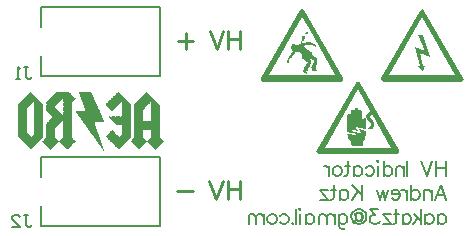
<source format=gbo>
G04*
G04 #@! TF.GenerationSoftware,Altium Limited,Altium Designer,20.0.11 (256)*
G04*
G04 Layer_Color=32896*
%FSLAX25Y25*%
%MOIN*%
G70*
G01*
G75*
%ADD12C,0.01000*%
%ADD13C,0.00700*%
%ADD32C,0.00600*%
%ADD33C,0.00800*%
G36*
X52265Y50527D02*
X52333D01*
Y50458D01*
X52402D01*
Y50389D01*
X52471D01*
Y50321D01*
X52540D01*
Y50252D01*
X52609D01*
Y50183D01*
X52678D01*
Y50114D01*
X52747D01*
Y50045D01*
X52816D01*
Y49976D01*
X52885D01*
Y49907D01*
X52954D01*
Y49838D01*
X53022D01*
Y49769D01*
X53091D01*
Y49700D01*
X53160D01*
Y49632D01*
X53229D01*
Y49563D01*
X53298D01*
Y49494D01*
X53367D01*
Y49425D01*
X53436D01*
Y49356D01*
X53505D01*
Y49287D01*
X53574D01*
Y49218D01*
X53642D01*
Y49149D01*
X53711D01*
Y49081D01*
X53780D01*
Y49012D01*
X53849D01*
Y48943D01*
X53918D01*
Y48874D01*
X53987D01*
Y48805D01*
X54056D01*
Y48736D01*
X54125D01*
Y48667D01*
X54194D01*
Y48598D01*
X54263D01*
Y48529D01*
X54331D01*
Y48460D01*
X54400D01*
Y48392D01*
X54469D01*
Y48323D01*
X54538D01*
Y48254D01*
X54607D01*
Y48185D01*
X54676D01*
Y48116D01*
X54745D01*
Y48047D01*
X54814D01*
Y47978D01*
X54883D01*
Y47909D01*
X54952D01*
Y47840D01*
X55020D01*
Y47771D01*
X55089D01*
Y47703D01*
X55158D01*
Y47634D01*
X55227D01*
Y47565D01*
X55296D01*
Y47496D01*
X55365D01*
Y47427D01*
X55434D01*
Y47358D01*
X55503D01*
Y47289D01*
X55572D01*
Y47220D01*
X55641D01*
Y47151D01*
X55709D01*
Y47082D01*
X55778D01*
Y47014D01*
X55847D01*
Y46945D01*
X55916D01*
Y46876D01*
X55985D01*
Y46807D01*
X56054D01*
Y46738D01*
X56123D01*
Y46669D01*
X56192D01*
Y46600D01*
X56261D01*
Y46531D01*
X56329D01*
Y46463D01*
X56398D01*
Y46394D01*
X56467D01*
Y46325D01*
X56536D01*
Y46256D01*
X56605D01*
Y46187D01*
X56674D01*
Y46118D01*
X56743D01*
Y46049D01*
X56674D01*
Y45980D01*
Y45911D01*
Y45842D01*
X56743D01*
Y45774D01*
X56674D01*
Y45705D01*
Y45636D01*
Y45567D01*
X56743D01*
Y45498D01*
X56674D01*
Y45429D01*
Y45360D01*
Y45291D01*
X56743D01*
Y45222D01*
X56674D01*
Y45153D01*
Y45085D01*
Y45016D01*
X56743D01*
Y44947D01*
X56674D01*
Y44878D01*
Y44809D01*
Y44740D01*
X56743D01*
Y44671D01*
X56674D01*
Y44602D01*
Y44533D01*
Y44464D01*
X56743D01*
Y44396D01*
X56674D01*
Y44327D01*
Y44258D01*
Y44189D01*
X56743D01*
Y44120D01*
X56674D01*
Y44051D01*
Y43982D01*
Y43913D01*
X56743D01*
Y43845D01*
X56674D01*
Y43776D01*
Y43707D01*
Y43638D01*
X56743D01*
Y43569D01*
X56674D01*
Y43500D01*
Y43431D01*
Y43362D01*
X56743D01*
Y43293D01*
X56674D01*
Y43224D01*
Y43156D01*
Y43087D01*
X56743D01*
Y43018D01*
X56674D01*
Y42949D01*
Y42880D01*
Y42811D01*
X56743D01*
Y42742D01*
X56674D01*
Y42673D01*
Y42604D01*
Y42535D01*
X56743D01*
Y42467D01*
X56674D01*
Y42398D01*
Y42329D01*
Y42260D01*
X56743D01*
Y42191D01*
X56674D01*
Y42122D01*
Y42053D01*
Y41984D01*
X56743D01*
Y41915D01*
X56674D01*
Y41846D01*
Y41778D01*
Y41709D01*
X56743D01*
Y41640D01*
X56674D01*
Y41571D01*
Y41502D01*
Y41433D01*
X56743D01*
Y41364D01*
X56674D01*
Y41295D01*
Y41227D01*
Y41158D01*
X56743D01*
Y41089D01*
X56674D01*
Y41020D01*
Y40951D01*
Y40882D01*
X56743D01*
Y40813D01*
X56674D01*
Y40744D01*
Y40675D01*
Y40606D01*
X56743D01*
Y40538D01*
X56674D01*
Y40469D01*
Y40400D01*
Y40331D01*
X56743D01*
Y40262D01*
X56674D01*
Y40193D01*
Y40124D01*
Y40055D01*
X56743D01*
Y39986D01*
X56674D01*
Y39917D01*
Y39849D01*
Y39780D01*
X56743D01*
Y39711D01*
X56674D01*
Y39642D01*
Y39573D01*
Y39504D01*
X56743D01*
Y39435D01*
X56674D01*
Y39366D01*
Y39297D01*
Y39228D01*
X56743D01*
Y39160D01*
X56674D01*
Y39091D01*
Y39022D01*
Y38953D01*
X56743D01*
Y38884D01*
X56674D01*
Y38815D01*
Y38746D01*
Y38677D01*
X56743D01*
Y38609D01*
X56674D01*
Y38540D01*
Y38471D01*
Y38402D01*
X56743D01*
Y38333D01*
X56674D01*
Y38264D01*
Y38195D01*
Y38126D01*
X56743D01*
Y38057D01*
X56674D01*
Y37988D01*
Y37920D01*
Y37851D01*
X56743D01*
Y37782D01*
X56674D01*
Y37713D01*
Y37644D01*
Y37575D01*
X56743D01*
Y37506D01*
X56674D01*
Y37437D01*
Y37368D01*
Y37299D01*
X56743D01*
Y37231D01*
X56674D01*
Y37162D01*
Y37093D01*
Y37024D01*
X56743D01*
Y36955D01*
X56674D01*
Y36886D01*
Y36817D01*
Y36748D01*
X56743D01*
Y36679D01*
X56674D01*
Y36610D01*
Y36542D01*
Y36473D01*
X56743D01*
Y36404D01*
X56674D01*
Y36335D01*
Y36266D01*
Y36197D01*
X56743D01*
Y36128D01*
X56674D01*
Y36059D01*
Y35991D01*
Y35922D01*
X56743D01*
Y35853D01*
X56674D01*
Y35784D01*
Y35715D01*
Y35646D01*
X56743D01*
Y35577D01*
X56674D01*
Y35508D01*
Y35439D01*
Y35370D01*
X56743D01*
Y35302D01*
X56674D01*
Y35233D01*
X56743D01*
Y35164D01*
X56812D01*
Y35095D01*
X56881D01*
Y35026D01*
X56950D01*
Y34957D01*
X57018D01*
Y34888D01*
X57087D01*
Y34819D01*
X57156D01*
Y34750D01*
X57225D01*
Y34681D01*
X57294D01*
Y34613D01*
X57363D01*
Y34544D01*
X57432D01*
Y34475D01*
X57501D01*
Y34406D01*
X57569D01*
Y34337D01*
X57638D01*
Y34268D01*
X57707D01*
Y34199D01*
X57776D01*
Y34130D01*
X57845D01*
Y34061D01*
X57914D01*
Y33992D01*
X57845D01*
Y33924D01*
X57776D01*
Y33855D01*
X57707D01*
Y33786D01*
X57638D01*
Y33717D01*
X57569D01*
Y33648D01*
X57501D01*
Y33579D01*
X57432D01*
Y33510D01*
X57363D01*
Y33441D01*
X57294D01*
Y33372D01*
X57225D01*
Y33304D01*
X57156D01*
Y33235D01*
X57087D01*
Y33166D01*
X57018D01*
Y33097D01*
X56950D01*
Y33028D01*
X56881D01*
Y32959D01*
X56812D01*
Y32890D01*
X56743D01*
Y32821D01*
X56674D01*
Y32752D01*
X56605D01*
Y32684D01*
X56536D01*
Y32615D01*
X56467D01*
Y32546D01*
X56398D01*
Y32477D01*
X56329D01*
Y32408D01*
X56261D01*
Y32339D01*
X56192D01*
Y32270D01*
X56123D01*
Y32201D01*
X56054D01*
Y32132D01*
X55985D01*
Y32063D01*
X55916D01*
Y31995D01*
X55847D01*
Y31926D01*
X55778D01*
Y31857D01*
X55709D01*
Y31788D01*
X55641D01*
Y31719D01*
X55572D01*
Y31650D01*
X55503D01*
Y31581D01*
X55434D01*
Y31512D01*
X55365D01*
Y31443D01*
X55296D01*
Y31374D01*
X55227D01*
Y31306D01*
X55158D01*
Y31374D01*
X55089D01*
Y31443D01*
X55020D01*
Y31512D01*
X54952D01*
Y31581D01*
X54883D01*
Y31650D01*
X54814D01*
Y31719D01*
X54745D01*
Y31788D01*
X54676D01*
Y31857D01*
X54607D01*
Y31926D01*
X54538D01*
Y31995D01*
X54469D01*
Y32063D01*
X54400D01*
Y32132D01*
X54331D01*
Y32201D01*
X54263D01*
Y32270D01*
X54194D01*
Y32339D01*
X54125D01*
Y32408D01*
X54056D01*
Y32477D01*
X53987D01*
Y32546D01*
X53918D01*
Y32615D01*
X53849D01*
Y32684D01*
X53780D01*
Y32752D01*
X53711D01*
Y32821D01*
X53642D01*
Y32890D01*
X53574D01*
Y32959D01*
X53505D01*
Y33028D01*
X53436D01*
Y33097D01*
X53367D01*
Y33166D01*
X53298D01*
Y33235D01*
X53229D01*
Y33304D01*
X53160D01*
Y33372D01*
X53091D01*
Y33441D01*
X53022D01*
Y33510D01*
X52954D01*
Y33579D01*
X52885D01*
Y33648D01*
X52816D01*
Y33717D01*
X52747D01*
Y33786D01*
X52678D01*
Y33855D01*
X52609D01*
Y33924D01*
X52540D01*
Y33992D01*
X52471D01*
Y34061D01*
X52540D01*
Y34130D01*
X52609D01*
Y34199D01*
X52678D01*
Y34268D01*
X52747D01*
Y34337D01*
X52816D01*
Y34406D01*
X52885D01*
Y34475D01*
X52954D01*
Y34544D01*
X53022D01*
Y34613D01*
X53091D01*
Y34681D01*
X53160D01*
Y34750D01*
X53229D01*
Y34819D01*
X53298D01*
Y34888D01*
X53367D01*
Y34957D01*
X53436D01*
Y35026D01*
X53505D01*
Y35095D01*
X53574D01*
Y35164D01*
X53642D01*
Y35233D01*
X53711D01*
Y35302D01*
X53642D01*
Y35370D01*
X53711D01*
Y35439D01*
Y35508D01*
Y35577D01*
X53642D01*
Y35646D01*
X53711D01*
Y35715D01*
Y35784D01*
Y35853D01*
X53642D01*
Y35922D01*
X53711D01*
Y35991D01*
Y36059D01*
Y36128D01*
X53642D01*
Y36197D01*
X53711D01*
Y36266D01*
Y36335D01*
Y36404D01*
X53642D01*
Y36473D01*
X53711D01*
Y36542D01*
Y36610D01*
Y36679D01*
X53642D01*
Y36748D01*
X53711D01*
Y36817D01*
Y36886D01*
Y36955D01*
X53642D01*
Y37024D01*
X53711D01*
Y37093D01*
Y37162D01*
Y37231D01*
X53642D01*
Y37299D01*
X53711D01*
Y37368D01*
Y37437D01*
Y37506D01*
X53642D01*
Y37575D01*
X53711D01*
Y37644D01*
X53642D01*
Y37713D01*
X51093D01*
Y37644D01*
X51162D01*
Y37575D01*
X51093D01*
Y37506D01*
X51162D01*
Y37437D01*
X51093D01*
Y37368D01*
X51162D01*
Y37299D01*
X51093D01*
Y37231D01*
X51162D01*
Y37162D01*
X51093D01*
Y37093D01*
X51162D01*
Y37024D01*
X51093D01*
Y36955D01*
X51162D01*
Y36886D01*
X51093D01*
Y36817D01*
X51162D01*
Y36748D01*
X51093D01*
Y36679D01*
X51162D01*
Y36610D01*
X51093D01*
Y36542D01*
X51162D01*
Y36473D01*
X51093D01*
Y36404D01*
X51162D01*
Y36335D01*
X51093D01*
Y36266D01*
X51162D01*
Y36197D01*
X51093D01*
Y36128D01*
X51162D01*
Y36059D01*
X51093D01*
Y35991D01*
X51162D01*
Y35922D01*
X51093D01*
Y35853D01*
X51162D01*
Y35784D01*
X51093D01*
Y35715D01*
X51162D01*
Y35646D01*
X51093D01*
Y35577D01*
X51162D01*
Y35508D01*
X51093D01*
Y35439D01*
X51162D01*
Y35370D01*
X51093D01*
Y35302D01*
X51162D01*
Y35233D01*
Y35164D01*
X51300D01*
Y35095D01*
Y35026D01*
X51438D01*
Y34957D01*
Y34888D01*
X51576D01*
Y34819D01*
Y34750D01*
X51714D01*
Y34681D01*
X51645D01*
Y34613D01*
X51851D01*
Y34544D01*
Y34475D01*
X51989D01*
Y34406D01*
X51920D01*
Y34337D01*
X52127D01*
Y34268D01*
Y34199D01*
X52265D01*
Y34130D01*
X52196D01*
Y34061D01*
X52402D01*
Y33992D01*
X52196D01*
Y33924D01*
X52265D01*
Y33855D01*
X52058D01*
Y33786D01*
X52127D01*
Y33717D01*
X51920D01*
Y33648D01*
X51989D01*
Y33579D01*
X51782D01*
Y33510D01*
X51851D01*
Y33441D01*
X51645D01*
Y33372D01*
X51714D01*
Y33304D01*
X51507D01*
Y33235D01*
X51576D01*
Y33166D01*
X51369D01*
Y33097D01*
X51438D01*
Y33028D01*
X51231D01*
Y32959D01*
X51300D01*
Y32890D01*
X51231D01*
Y32821D01*
X51162D01*
Y32752D01*
X51093D01*
Y32684D01*
X51025D01*
Y32752D01*
X50956D01*
Y32684D01*
X51025D01*
Y32615D01*
X50956D01*
Y32546D01*
X50887D01*
Y32477D01*
X50818D01*
Y32408D01*
X50749D01*
Y32477D01*
X50680D01*
Y32408D01*
X50749D01*
Y32339D01*
X50680D01*
Y32270D01*
X50611D01*
Y32201D01*
X50542D01*
Y32132D01*
X50473D01*
Y32201D01*
X50405D01*
Y32132D01*
X50473D01*
Y32063D01*
X50405D01*
Y31995D01*
X50336D01*
Y31926D01*
X50267D01*
Y31857D01*
X50198D01*
Y31926D01*
X50129D01*
Y31857D01*
X50198D01*
Y31788D01*
X50129D01*
Y31719D01*
X50060D01*
Y31650D01*
X49991D01*
Y31581D01*
X49922D01*
Y31512D01*
X49853D01*
Y31443D01*
X49784D01*
Y31374D01*
X49716D01*
Y31306D01*
X49647D01*
Y31374D01*
X49578D01*
Y31443D01*
X49509D01*
Y31512D01*
X49440D01*
Y31581D01*
X49371D01*
Y31650D01*
X49302D01*
Y31719D01*
X49233D01*
Y31788D01*
X49164D01*
Y31857D01*
X49095D01*
Y31926D01*
X49027D01*
Y31995D01*
X48958D01*
Y32063D01*
X48889D01*
Y32132D01*
X48820D01*
Y32201D01*
X48751D01*
Y32270D01*
X48682D01*
Y32339D01*
X48613D01*
Y32408D01*
X48544D01*
Y32477D01*
X48475D01*
Y32546D01*
X48406D01*
Y32615D01*
X48338D01*
Y32684D01*
X48269D01*
Y32752D01*
X48200D01*
Y32821D01*
X48131D01*
Y32890D01*
X48062D01*
Y32959D01*
X47993D01*
Y33028D01*
X47924D01*
Y33097D01*
X47855D01*
Y33166D01*
X47787D01*
Y33235D01*
X47718D01*
Y33304D01*
X47649D01*
Y33372D01*
X47580D01*
Y33441D01*
X47511D01*
Y33510D01*
X47442D01*
Y33579D01*
X47373D01*
Y33648D01*
X47304D01*
Y33717D01*
X47235D01*
Y33786D01*
X47166D01*
Y33855D01*
X47098D01*
Y33924D01*
X47029D01*
Y33992D01*
X46960D01*
Y34061D01*
X47029D01*
Y34130D01*
X47098D01*
Y34199D01*
X47166D01*
Y34268D01*
X47235D01*
Y34337D01*
X47304D01*
Y34406D01*
X47373D01*
Y34475D01*
X47442D01*
Y34544D01*
X47511D01*
Y34613D01*
X47580D01*
Y34681D01*
X47511D01*
Y34750D01*
X47718D01*
Y34819D01*
X47649D01*
Y34888D01*
X47855D01*
Y34957D01*
X47787D01*
Y35026D01*
X47924D01*
Y35095D01*
Y35164D01*
X48062D01*
Y35233D01*
Y35302D01*
X48131D01*
Y35370D01*
X48062D01*
Y35439D01*
X48131D01*
Y35508D01*
X48062D01*
Y35577D01*
X48131D01*
Y35646D01*
X48062D01*
Y35715D01*
X48131D01*
Y35784D01*
X48062D01*
Y35853D01*
X48131D01*
Y35922D01*
X48062D01*
Y35991D01*
X48131D01*
Y36059D01*
X48062D01*
Y36128D01*
X48131D01*
Y36197D01*
X48062D01*
Y36266D01*
X48131D01*
Y36335D01*
X48062D01*
Y36404D01*
X48131D01*
Y36473D01*
X48062D01*
Y36542D01*
X48131D01*
Y36610D01*
X48062D01*
Y36679D01*
X48131D01*
Y36748D01*
X48062D01*
Y36817D01*
X48131D01*
Y36886D01*
X48062D01*
Y36955D01*
X48131D01*
Y37024D01*
X48062D01*
Y37093D01*
X48131D01*
Y37162D01*
X48062D01*
Y37231D01*
X48131D01*
Y37299D01*
X48062D01*
Y37368D01*
X48131D01*
Y37437D01*
X48062D01*
Y37506D01*
X48131D01*
Y37575D01*
X48062D01*
Y37644D01*
X48131D01*
Y37713D01*
X48062D01*
Y37782D01*
X48131D01*
Y37851D01*
X48062D01*
Y37920D01*
X48131D01*
Y37988D01*
X48062D01*
Y38057D01*
X48131D01*
Y38126D01*
X48062D01*
Y38195D01*
X48131D01*
Y38264D01*
X48062D01*
Y38333D01*
X48131D01*
Y38402D01*
X48062D01*
Y38471D01*
X48131D01*
Y38540D01*
X48062D01*
Y38609D01*
X48131D01*
Y38677D01*
X48062D01*
Y38746D01*
X48131D01*
Y38815D01*
X48062D01*
Y38884D01*
X48131D01*
Y38953D01*
X48062D01*
Y39022D01*
X48131D01*
Y39091D01*
X48062D01*
Y39160D01*
X48131D01*
Y39228D01*
X48062D01*
Y39297D01*
X48131D01*
Y39366D01*
X48062D01*
Y39435D01*
X48131D01*
Y39504D01*
X48062D01*
Y39573D01*
X48131D01*
Y39642D01*
X48062D01*
Y39711D01*
X48131D01*
Y39780D01*
X48062D01*
Y39849D01*
X48131D01*
Y39917D01*
X48062D01*
Y39986D01*
X48131D01*
Y40055D01*
X48062D01*
Y40124D01*
X48131D01*
Y40193D01*
X48062D01*
Y40262D01*
X48131D01*
Y40331D01*
X48062D01*
Y40400D01*
X48131D01*
Y40469D01*
X48062D01*
Y40538D01*
X48131D01*
Y40606D01*
X48062D01*
Y40675D01*
X48131D01*
Y40744D01*
X48062D01*
Y40813D01*
X48131D01*
Y40882D01*
X48062D01*
Y40951D01*
X48131D01*
Y41020D01*
X48062D01*
Y41089D01*
X48131D01*
Y41158D01*
X48062D01*
Y41227D01*
X48131D01*
Y41295D01*
X48062D01*
Y41364D01*
X48131D01*
Y41433D01*
X48062D01*
Y41502D01*
X48131D01*
Y41571D01*
X48062D01*
Y41640D01*
X48131D01*
Y41709D01*
X48062D01*
Y41778D01*
X48131D01*
Y41846D01*
X48062D01*
Y41915D01*
X48131D01*
Y41984D01*
X48062D01*
Y42053D01*
X48131D01*
Y42122D01*
X48062D01*
Y42191D01*
X48131D01*
Y42260D01*
X48062D01*
Y42329D01*
X48131D01*
Y42398D01*
X48062D01*
Y42467D01*
X48131D01*
Y42535D01*
X48062D01*
Y42604D01*
X48131D01*
Y42673D01*
X48062D01*
Y42742D01*
X48131D01*
Y42811D01*
X48062D01*
Y42880D01*
X48131D01*
Y42949D01*
X48062D01*
Y43018D01*
X48131D01*
Y43087D01*
X48062D01*
Y43156D01*
X48131D01*
Y43224D01*
X48062D01*
Y43293D01*
X48131D01*
Y43362D01*
X48062D01*
Y43431D01*
X48131D01*
Y43500D01*
X48062D01*
Y43569D01*
X48131D01*
Y43638D01*
X48062D01*
Y43707D01*
X48131D01*
Y43776D01*
X48062D01*
Y43845D01*
X48131D01*
Y43913D01*
X48062D01*
Y43982D01*
X48131D01*
Y44051D01*
X48062D01*
Y44120D01*
X48131D01*
Y44189D01*
X48062D01*
Y44258D01*
X48131D01*
Y44327D01*
X48062D01*
Y44396D01*
X48131D01*
Y44464D01*
X48062D01*
Y44533D01*
X48131D01*
Y44602D01*
X48062D01*
Y44671D01*
X48131D01*
Y44740D01*
X48062D01*
Y44809D01*
X48131D01*
Y44878D01*
X48062D01*
Y44947D01*
X48131D01*
Y45016D01*
X48062D01*
Y45085D01*
X48131D01*
Y45153D01*
X48062D01*
Y45222D01*
X48131D01*
Y45291D01*
X48062D01*
Y45360D01*
X48131D01*
Y45429D01*
X48062D01*
Y45498D01*
X48131D01*
Y45567D01*
X48062D01*
Y45636D01*
X48131D01*
Y45705D01*
X48062D01*
Y45774D01*
X48131D01*
Y45842D01*
X48062D01*
Y45911D01*
X48131D01*
Y45980D01*
X48062D01*
Y46049D01*
X48131D01*
Y46118D01*
X48062D01*
Y46187D01*
X48131D01*
Y46256D01*
X48062D01*
Y46325D01*
X48131D01*
Y46394D01*
X48062D01*
Y46463D01*
X48131D01*
Y46531D01*
X48200D01*
Y46600D01*
X48269D01*
Y46669D01*
X48338D01*
Y46738D01*
X48406D01*
Y46807D01*
X48475D01*
Y46876D01*
X48544D01*
Y46945D01*
X48613D01*
Y47014D01*
X48682D01*
Y47082D01*
X48751D01*
Y47151D01*
X48820D01*
Y47220D01*
X48889D01*
Y47289D01*
X48958D01*
Y47358D01*
X49027D01*
Y47289D01*
X49095D01*
Y47358D01*
X49027D01*
Y47427D01*
X49095D01*
Y47496D01*
X49164D01*
Y47565D01*
X49233D01*
Y47634D01*
X49302D01*
Y47703D01*
X49371D01*
Y47771D01*
X49440D01*
Y47840D01*
X49509D01*
Y47909D01*
X49578D01*
Y47840D01*
X49647D01*
Y47909D01*
X49578D01*
Y47978D01*
X49647D01*
Y48047D01*
X49716D01*
Y48116D01*
X49784D01*
Y48185D01*
X49853D01*
Y48254D01*
X49922D01*
Y48323D01*
X49991D01*
Y48392D01*
X50060D01*
Y48460D01*
X50129D01*
Y48529D01*
X50198D01*
Y48598D01*
X50267D01*
Y48667D01*
X50336D01*
Y48736D01*
X50405D01*
Y48805D01*
X50473D01*
Y48874D01*
X50542D01*
Y48943D01*
X50611D01*
Y49012D01*
X50680D01*
Y48943D01*
X50749D01*
Y49012D01*
X50680D01*
Y49081D01*
X50749D01*
Y49149D01*
X50818D01*
Y49218D01*
X50887D01*
Y49287D01*
X50956D01*
Y49356D01*
X51025D01*
Y49425D01*
X51093D01*
Y49494D01*
X51162D01*
Y49563D01*
X51231D01*
Y49494D01*
X51300D01*
Y49563D01*
X51231D01*
Y49632D01*
X51300D01*
Y49700D01*
X51369D01*
Y49769D01*
X51438D01*
Y49838D01*
X51507D01*
Y49907D01*
X51576D01*
Y49976D01*
X51645D01*
Y50045D01*
X51714D01*
Y50114D01*
X51782D01*
Y50183D01*
X51851D01*
Y50252D01*
X51920D01*
Y50321D01*
X51989D01*
Y50389D01*
X52058D01*
Y50458D01*
X52127D01*
Y50527D01*
X52196D01*
Y50596D01*
X52265D01*
Y50527D01*
D02*
G37*
G36*
X33801D02*
Y50458D01*
Y50389D01*
X33870D01*
Y50321D01*
X33939D01*
Y50252D01*
Y50183D01*
Y50114D01*
X34007D01*
Y50045D01*
X34076D01*
Y49976D01*
X34007D01*
Y49907D01*
X34076D01*
Y49838D01*
X34145D01*
Y49769D01*
X34214D01*
Y49700D01*
X34145D01*
Y49632D01*
X34214D01*
Y49563D01*
X34283D01*
Y49494D01*
Y49425D01*
Y49356D01*
X34352D01*
Y49287D01*
Y49218D01*
X34421D01*
Y49149D01*
Y49081D01*
X34490D01*
Y49012D01*
X34421D01*
Y48943D01*
X34490D01*
Y48874D01*
X34559D01*
Y48805D01*
X34628D01*
Y48736D01*
X34559D01*
Y48667D01*
X34628D01*
Y48598D01*
X34696D01*
Y48529D01*
Y48460D01*
Y48392D01*
X34765D01*
Y48323D01*
Y48254D01*
X34834D01*
Y48185D01*
Y48116D01*
X34903D01*
Y48047D01*
X34834D01*
Y47978D01*
X34903D01*
Y47909D01*
X34972D01*
Y47840D01*
X35041D01*
Y47771D01*
X34972D01*
Y47703D01*
X35041D01*
Y47634D01*
X35110D01*
Y47565D01*
Y47496D01*
Y47427D01*
X35179D01*
Y47358D01*
Y47289D01*
X35317D01*
Y47220D01*
X35248D01*
Y47151D01*
X35317D01*
Y47082D01*
Y47014D01*
Y46945D01*
X35385D01*
Y46876D01*
X35454D01*
Y46807D01*
X35385D01*
Y46738D01*
X35454D01*
Y46669D01*
X35523D01*
Y46600D01*
X35592D01*
Y46531D01*
X35523D01*
Y46463D01*
X35592D01*
Y46394D01*
X35661D01*
Y46325D01*
Y46256D01*
Y46187D01*
X35730D01*
Y46118D01*
X35799D01*
Y46049D01*
Y45980D01*
Y45911D01*
X35868D01*
Y45842D01*
Y45774D01*
Y45705D01*
X35936D01*
Y45636D01*
X36005D01*
Y45567D01*
X35936D01*
Y45498D01*
X36005D01*
Y45429D01*
X36074D01*
Y45360D01*
X36143D01*
Y45291D01*
X36074D01*
Y45222D01*
X36143D01*
Y45153D01*
X36212D01*
Y45085D01*
Y45016D01*
Y44947D01*
X36281D01*
Y44878D01*
Y44809D01*
X36350D01*
Y44740D01*
Y44671D01*
X36419D01*
Y44602D01*
X36350D01*
Y44533D01*
X36419D01*
Y44464D01*
X36488D01*
Y44396D01*
X36557D01*
Y44327D01*
X36488D01*
Y44258D01*
X36557D01*
Y44189D01*
X36625D01*
Y44120D01*
Y44051D01*
Y43982D01*
X36694D01*
Y43913D01*
Y43845D01*
X36763D01*
Y43776D01*
Y43707D01*
X36832D01*
Y43638D01*
X36763D01*
Y43569D01*
X36832D01*
Y43500D01*
X36901D01*
Y43431D01*
X36970D01*
Y43362D01*
Y43293D01*
Y43224D01*
X37039D01*
Y43156D01*
X37108D01*
Y43087D01*
X37039D01*
Y43018D01*
X37108D01*
Y42949D01*
X37177D01*
Y42880D01*
X37246D01*
Y42811D01*
X37177D01*
Y42742D01*
X37246D01*
Y42673D01*
Y42604D01*
X37314D01*
Y42535D01*
Y42467D01*
X37383D01*
Y42398D01*
Y42329D01*
Y42260D01*
X37452D01*
Y42191D01*
X37521D01*
Y42122D01*
X37452D01*
Y42053D01*
X37521D01*
Y41984D01*
X37590D01*
Y41915D01*
X37659D01*
Y41846D01*
X37590D01*
Y41778D01*
X37659D01*
Y41709D01*
X37728D01*
Y41640D01*
Y41571D01*
Y41502D01*
X37797D01*
Y41433D01*
Y41364D01*
Y41295D01*
X37866D01*
Y41227D01*
X37934D01*
Y41158D01*
X37866D01*
Y41089D01*
X37934D01*
Y41020D01*
X38003D01*
Y40951D01*
X38072D01*
Y40882D01*
X38003D01*
Y40813D01*
X38072D01*
Y40744D01*
X38141D01*
Y40675D01*
Y40606D01*
Y40538D01*
X38210D01*
Y40469D01*
X38141D01*
Y40400D01*
X38072D01*
Y40469D01*
X38003D01*
Y40400D01*
X37797D01*
Y40469D01*
X37728D01*
Y40400D01*
X37521D01*
Y40469D01*
X37452D01*
Y40400D01*
X37246D01*
Y40469D01*
X37177D01*
Y40400D01*
X36970D01*
Y40469D01*
X36901D01*
Y40400D01*
X36694D01*
Y40469D01*
X36625D01*
Y40400D01*
X36419D01*
Y40469D01*
X36350D01*
Y40400D01*
X36143D01*
Y40469D01*
X36074D01*
Y40400D01*
X35868D01*
Y40469D01*
X35799D01*
Y40400D01*
X35592D01*
Y40469D01*
X35523D01*
Y40400D01*
X35317D01*
Y40469D01*
X35248D01*
Y40400D01*
X35041D01*
Y40469D01*
X34972D01*
Y40400D01*
X34903D01*
Y40331D01*
X34834D01*
Y40262D01*
X34903D01*
Y40193D01*
Y40124D01*
X34972D01*
Y40055D01*
Y39986D01*
X35041D01*
Y39917D01*
X34972D01*
Y39849D01*
X35041D01*
Y39780D01*
Y39711D01*
Y39642D01*
X35110D01*
Y39573D01*
X35179D01*
Y39504D01*
X35110D01*
Y39435D01*
X35179D01*
Y39366D01*
Y39297D01*
X35248D01*
Y39228D01*
Y39160D01*
X35317D01*
Y39091D01*
X35248D01*
Y39022D01*
X35317D01*
Y38953D01*
Y38884D01*
X35385D01*
Y38815D01*
Y38746D01*
X35454D01*
Y38677D01*
X35385D01*
Y38609D01*
X35454D01*
Y38540D01*
X35523D01*
Y38471D01*
X35592D01*
Y38402D01*
X35523D01*
Y38333D01*
X35592D01*
Y38264D01*
X35523D01*
Y38195D01*
X35592D01*
Y38126D01*
X35661D01*
Y38057D01*
Y37988D01*
Y37920D01*
X35730D01*
Y37851D01*
X35661D01*
Y37782D01*
X35730D01*
Y37713D01*
X35799D01*
Y37644D01*
X35868D01*
Y37575D01*
X35799D01*
Y37506D01*
X35868D01*
Y37437D01*
X35799D01*
Y37368D01*
X35868D01*
Y37299D01*
X35936D01*
Y37231D01*
X36005D01*
Y37162D01*
X35936D01*
Y37093D01*
X36005D01*
Y37024D01*
Y36955D01*
Y36886D01*
X36074D01*
Y36817D01*
X36143D01*
Y36748D01*
X36074D01*
Y36679D01*
X36143D01*
Y36610D01*
Y36542D01*
Y36473D01*
X36212D01*
Y36404D01*
X36281D01*
Y36335D01*
X36212D01*
Y36266D01*
X36281D01*
Y36197D01*
X36350D01*
Y36128D01*
X36281D01*
Y36059D01*
X36350D01*
Y35991D01*
X36419D01*
Y35922D01*
X36350D01*
Y35853D01*
X36419D01*
Y35784D01*
X36488D01*
Y35715D01*
Y35646D01*
Y35577D01*
X36557D01*
Y35508D01*
X36488D01*
Y35439D01*
X36557D01*
Y35370D01*
X36625D01*
Y35302D01*
Y35233D01*
Y35164D01*
X36694D01*
Y35095D01*
Y35026D01*
Y34957D01*
X36763D01*
Y34888D01*
Y34819D01*
Y34750D01*
X36832D01*
Y34681D01*
X36763D01*
Y34613D01*
X36832D01*
Y34544D01*
X36901D01*
Y34475D01*
Y34406D01*
Y34337D01*
X36970D01*
Y34268D01*
Y34199D01*
Y34130D01*
X37039D01*
Y34061D01*
Y33992D01*
Y33924D01*
X37108D01*
Y33855D01*
Y33786D01*
Y33717D01*
X37177D01*
Y33648D01*
X37246D01*
Y33579D01*
X37177D01*
Y33510D01*
X37246D01*
Y33441D01*
Y33372D01*
Y33304D01*
X37314D01*
Y33235D01*
X37383D01*
Y33166D01*
X37314D01*
Y33097D01*
X37383D01*
Y33028D01*
Y32959D01*
X37521D01*
Y32890D01*
X37452D01*
Y32821D01*
X37521D01*
Y32752D01*
X37452D01*
Y32684D01*
X37521D01*
Y32615D01*
Y32546D01*
X37590D01*
Y32477D01*
Y32408D01*
X37659D01*
Y32339D01*
X37590D01*
Y32270D01*
X37659D01*
Y32201D01*
Y32132D01*
X37797D01*
Y32063D01*
X37728D01*
Y31995D01*
X37797D01*
Y31926D01*
X37728D01*
Y31857D01*
X37797D01*
Y31788D01*
X37866D01*
Y31719D01*
Y31650D01*
Y31581D01*
X37934D01*
Y31512D01*
X37866D01*
Y31443D01*
X37934D01*
Y31374D01*
X38003D01*
Y31306D01*
X38072D01*
Y31237D01*
X38003D01*
Y31168D01*
X38072D01*
Y31099D01*
X38003D01*
Y31030D01*
X38072D01*
Y30961D01*
X38141D01*
Y30892D01*
X38210D01*
Y30823D01*
X38141D01*
Y30755D01*
X38072D01*
Y30823D01*
X38003D01*
Y30892D01*
X37934D01*
Y30961D01*
X37866D01*
Y31030D01*
Y31099D01*
X37797D01*
Y31168D01*
Y31237D01*
X37728D01*
Y31306D01*
X37659D01*
Y31374D01*
X37590D01*
Y31443D01*
Y31512D01*
X37452D01*
Y31581D01*
X37521D01*
Y31650D01*
X37452D01*
Y31719D01*
X37383D01*
Y31788D01*
X37314D01*
Y31857D01*
X37246D01*
Y31926D01*
X37177D01*
Y31995D01*
Y32063D01*
X37108D01*
Y32132D01*
Y32201D01*
X37039D01*
Y32270D01*
X36970D01*
Y32339D01*
X36901D01*
Y32408D01*
X36970D01*
Y32477D01*
X36763D01*
Y32546D01*
X36832D01*
Y32615D01*
X36763D01*
Y32684D01*
X36694D01*
Y32752D01*
X36625D01*
Y32821D01*
X36557D01*
Y32890D01*
X36488D01*
Y32959D01*
Y33028D01*
X36419D01*
Y33097D01*
Y33166D01*
X36350D01*
Y33235D01*
X36281D01*
Y33304D01*
X36212D01*
Y33372D01*
X36143D01*
Y33441D01*
X36074D01*
Y33510D01*
X36143D01*
Y33579D01*
X36074D01*
Y33648D01*
X36005D01*
Y33717D01*
X35936D01*
Y33786D01*
X35868D01*
Y33855D01*
X35799D01*
Y33924D01*
X35730D01*
Y33992D01*
Y34061D01*
Y34130D01*
X35661D01*
Y34199D01*
X35592D01*
Y34268D01*
X35523D01*
Y34337D01*
X35454D01*
Y34406D01*
X35385D01*
Y34475D01*
X35454D01*
Y34544D01*
X35385D01*
Y34613D01*
X35317D01*
Y34681D01*
X35248D01*
Y34750D01*
X35179D01*
Y34819D01*
X35110D01*
Y34888D01*
X35041D01*
Y34957D01*
Y35026D01*
Y35095D01*
X34972D01*
Y35164D01*
X34903D01*
Y35233D01*
X34834D01*
Y35302D01*
X34765D01*
Y35370D01*
X34696D01*
Y35439D01*
X34765D01*
Y35508D01*
X34696D01*
Y35577D01*
X34628D01*
Y35646D01*
X34559D01*
Y35715D01*
X34490D01*
Y35784D01*
X34421D01*
Y35853D01*
X34352D01*
Y35922D01*
X34283D01*
Y35991D01*
X34352D01*
Y36059D01*
X34283D01*
Y36128D01*
X34214D01*
Y36197D01*
X34145D01*
Y36266D01*
X34076D01*
Y36335D01*
X34007D01*
Y36404D01*
X34076D01*
Y36473D01*
X33870D01*
Y36542D01*
X33939D01*
Y36610D01*
X33870D01*
Y36679D01*
X33801D01*
Y36748D01*
X33732D01*
Y36817D01*
X33663D01*
Y36886D01*
Y36955D01*
Y37024D01*
X33525D01*
Y37093D01*
Y37162D01*
X33456D01*
Y37231D01*
X33387D01*
Y37299D01*
X33318D01*
Y37368D01*
X33387D01*
Y37437D01*
X33181D01*
Y37506D01*
X33250D01*
Y37575D01*
X33181D01*
Y37644D01*
X33112D01*
Y37713D01*
X33043D01*
Y37782D01*
X32974D01*
Y37851D01*
X32905D01*
Y37920D01*
X32974D01*
Y37988D01*
X32836D01*
Y38057D01*
Y38126D01*
X32767D01*
Y38195D01*
X32699D01*
Y38264D01*
X32630D01*
Y38333D01*
Y38402D01*
X32492D01*
Y38471D01*
X32561D01*
Y38540D01*
X32492D01*
Y38609D01*
X32423D01*
Y38677D01*
X32354D01*
Y38746D01*
X32285D01*
Y38815D01*
X32216D01*
Y38884D01*
Y38953D01*
X32147D01*
Y39022D01*
Y39091D01*
X32078D01*
Y39160D01*
X32010D01*
Y39228D01*
X31941D01*
Y39297D01*
Y39366D01*
X31803D01*
Y39435D01*
X31872D01*
Y39504D01*
X31803D01*
Y39573D01*
X31734D01*
Y39642D01*
X31665D01*
Y39711D01*
X31596D01*
Y39780D01*
X31527D01*
Y39849D01*
Y39917D01*
X31458D01*
Y39986D01*
Y40055D01*
X31389D01*
Y40124D01*
X31321D01*
Y40193D01*
X31252D01*
Y40262D01*
Y40331D01*
X31114D01*
Y40400D01*
X31183D01*
Y40469D01*
X31114D01*
Y40538D01*
X31045D01*
Y40606D01*
X30976D01*
Y40675D01*
X30907D01*
Y40744D01*
X30838D01*
Y40813D01*
Y40882D01*
X30769D01*
Y40951D01*
Y41020D01*
X30700D01*
Y41089D01*
X30632D01*
Y41158D01*
X30563D01*
Y41227D01*
Y41295D01*
X30425D01*
Y41364D01*
X30494D01*
Y41433D01*
X30425D01*
Y41502D01*
X30356D01*
Y41571D01*
X30287D01*
Y41640D01*
X30218D01*
Y41709D01*
X30149D01*
Y41778D01*
Y41846D01*
X30081D01*
Y41915D01*
Y41984D01*
X30012D01*
Y42053D01*
X29943D01*
Y42122D01*
X29874D01*
Y42191D01*
X29805D01*
Y42260D01*
X29736D01*
Y42329D01*
X29805D01*
Y42398D01*
X29736D01*
Y42467D01*
X29667D01*
Y42535D01*
X29598D01*
Y42604D01*
X29529D01*
Y42673D01*
X29460D01*
Y42742D01*
X29392D01*
Y42811D01*
Y42880D01*
Y42949D01*
X29323D01*
Y43018D01*
X29254D01*
Y43087D01*
X29185D01*
Y43156D01*
X29116D01*
Y43224D01*
X29047D01*
Y43293D01*
X29116D01*
Y43362D01*
X28909D01*
Y43431D01*
X28978D01*
Y43500D01*
X28909D01*
Y43569D01*
X28840D01*
Y43638D01*
X28771D01*
Y43707D01*
X28703D01*
Y43776D01*
Y43845D01*
Y43913D01*
X28634D01*
Y43982D01*
X28565D01*
Y44051D01*
X28496D01*
Y44120D01*
X28565D01*
Y44189D01*
X28634D01*
Y44120D01*
X28703D01*
Y44189D01*
X28634D01*
Y44258D01*
X28703D01*
Y44189D01*
X28771D01*
Y44120D01*
X28840D01*
Y44189D01*
X28909D01*
Y44120D01*
X28978D01*
Y44189D01*
X28909D01*
Y44258D01*
X28978D01*
Y44189D01*
X29047D01*
Y44120D01*
X29116D01*
Y44189D01*
X29185D01*
Y44120D01*
X29254D01*
Y44189D01*
X29185D01*
Y44258D01*
X29254D01*
Y44189D01*
X29323D01*
Y44120D01*
X29392D01*
Y44189D01*
X29460D01*
Y44120D01*
X29529D01*
Y44189D01*
X29460D01*
Y44258D01*
X29529D01*
Y44189D01*
X29598D01*
Y44120D01*
X29667D01*
Y44189D01*
X29736D01*
Y44120D01*
X29805D01*
Y44189D01*
X29736D01*
Y44258D01*
X29805D01*
Y44189D01*
X29874D01*
Y44120D01*
X29943D01*
Y44189D01*
X30012D01*
Y44120D01*
X30081D01*
Y44189D01*
X30012D01*
Y44258D01*
X30081D01*
Y44189D01*
X30149D01*
Y44120D01*
X30218D01*
Y44189D01*
X30287D01*
Y44120D01*
X30356D01*
Y44189D01*
X30287D01*
Y44258D01*
X30356D01*
Y44189D01*
X30425D01*
Y44120D01*
X30494D01*
Y44189D01*
X30563D01*
Y44120D01*
X30632D01*
Y44189D01*
X30563D01*
Y44258D01*
X30632D01*
Y44189D01*
X30700D01*
Y44120D01*
X30769D01*
Y44189D01*
X30838D01*
Y44120D01*
X30907D01*
Y44189D01*
X30838D01*
Y44258D01*
X30907D01*
Y44189D01*
X30976D01*
Y44120D01*
X31045D01*
Y44189D01*
X31114D01*
Y44120D01*
X31183D01*
Y44189D01*
X31114D01*
Y44258D01*
X31183D01*
Y44189D01*
X31252D01*
Y44120D01*
X31321D01*
Y44189D01*
X31389D01*
Y44120D01*
X31458D01*
Y44189D01*
X31389D01*
Y44258D01*
X31458D01*
Y44189D01*
X31527D01*
Y44120D01*
X31596D01*
Y44189D01*
X31665D01*
Y44120D01*
X31734D01*
Y44189D01*
X31665D01*
Y44258D01*
X31734D01*
Y44189D01*
X31803D01*
Y44120D01*
X31872D01*
Y44189D01*
X31941D01*
Y44258D01*
X31872D01*
Y44327D01*
X31803D01*
Y44396D01*
X31872D01*
Y44464D01*
X31803D01*
Y44533D01*
Y44602D01*
Y44671D01*
X31734D01*
Y44740D01*
X31665D01*
Y44809D01*
X31734D01*
Y44878D01*
X31665D01*
Y44947D01*
X31596D01*
Y45016D01*
Y45085D01*
Y45153D01*
X31527D01*
Y45222D01*
X31596D01*
Y45291D01*
X31527D01*
Y45360D01*
X31458D01*
Y45429D01*
Y45498D01*
Y45567D01*
X31389D01*
Y45636D01*
X31458D01*
Y45705D01*
X31389D01*
Y45774D01*
X31321D01*
Y45842D01*
Y45911D01*
Y45980D01*
X31252D01*
Y46049D01*
Y46118D01*
Y46187D01*
X31183D01*
Y46256D01*
X31114D01*
Y46325D01*
X31183D01*
Y46394D01*
X31114D01*
Y46463D01*
Y46531D01*
Y46600D01*
X31045D01*
Y46669D01*
X30976D01*
Y46738D01*
X31045D01*
Y46807D01*
X30976D01*
Y46876D01*
X30907D01*
Y46945D01*
X30838D01*
Y47014D01*
X30907D01*
Y47082D01*
X30838D01*
Y47151D01*
Y47220D01*
Y47289D01*
X30769D01*
Y47358D01*
X30700D01*
Y47427D01*
X30769D01*
Y47496D01*
X30700D01*
Y47565D01*
Y47634D01*
X30632D01*
Y47703D01*
Y47771D01*
X30563D01*
Y47840D01*
X30632D01*
Y47909D01*
X30563D01*
Y47978D01*
X30494D01*
Y48047D01*
Y48116D01*
Y48185D01*
X30425D01*
Y48254D01*
X30494D01*
Y48323D01*
X30425D01*
Y48392D01*
X30356D01*
Y48460D01*
Y48529D01*
Y48598D01*
X30287D01*
Y48667D01*
X30356D01*
Y48736D01*
X30287D01*
Y48805D01*
X30218D01*
Y48874D01*
X30149D01*
Y48943D01*
X30218D01*
Y49012D01*
X30149D01*
Y49081D01*
Y49149D01*
Y49218D01*
X30081D01*
Y49287D01*
X30012D01*
Y49356D01*
X30081D01*
Y49425D01*
X30012D01*
Y49494D01*
X29943D01*
Y49563D01*
Y49632D01*
Y49700D01*
X29874D01*
Y49769D01*
X29943D01*
Y49838D01*
X29874D01*
Y49907D01*
X29805D01*
Y49976D01*
X29736D01*
Y50045D01*
X29805D01*
Y50114D01*
X29736D01*
Y50183D01*
Y50252D01*
Y50321D01*
X29667D01*
Y50389D01*
X29598D01*
Y50458D01*
X29667D01*
Y50527D01*
X29598D01*
Y50596D01*
X33801D01*
Y50527D01*
D02*
G37*
G36*
X42826Y50458D02*
X42895D01*
Y50389D01*
X42964D01*
Y50321D01*
X43102D01*
Y50252D01*
Y50183D01*
X43170D01*
Y50114D01*
X43239D01*
Y50045D01*
X43377D01*
Y49976D01*
Y49907D01*
X43446D01*
Y49838D01*
X43515D01*
Y49769D01*
X43653D01*
Y49700D01*
Y49632D01*
X43722D01*
Y49563D01*
X43791D01*
Y49494D01*
X43928D01*
Y49425D01*
Y49356D01*
X43997D01*
Y49287D01*
X44066D01*
Y49218D01*
X44204D01*
Y49149D01*
Y49081D01*
X44273D01*
Y49012D01*
X44342D01*
Y48943D01*
X44480D01*
Y48874D01*
Y48805D01*
X44548D01*
Y48736D01*
X44617D01*
Y48667D01*
X44755D01*
Y48598D01*
Y48529D01*
X44824D01*
Y48460D01*
X44893D01*
Y48392D01*
X45031D01*
Y48323D01*
Y48254D01*
X45100D01*
Y48185D01*
X45169D01*
Y48116D01*
X45306D01*
Y48047D01*
Y47978D01*
X45375D01*
Y47909D01*
X45444D01*
Y47840D01*
X45582D01*
Y47771D01*
Y47703D01*
X45651D01*
Y47634D01*
X45720D01*
Y47565D01*
X45857D01*
Y47496D01*
Y47427D01*
X45926D01*
Y47358D01*
X45995D01*
Y47289D01*
X46133D01*
Y47220D01*
Y47151D01*
X46202D01*
Y47082D01*
X46271D01*
Y47014D01*
X46409D01*
Y46945D01*
Y46876D01*
X46477D01*
Y46807D01*
X46546D01*
Y46738D01*
X46684D01*
Y46669D01*
Y46600D01*
X46753D01*
Y46531D01*
X46822D01*
Y46463D01*
X46891D01*
Y46394D01*
X46960D01*
Y46325D01*
X46891D01*
Y46256D01*
X46960D01*
Y46187D01*
X46891D01*
Y46118D01*
X46960D01*
Y46049D01*
X46891D01*
Y45980D01*
X46960D01*
Y45911D01*
X46891D01*
Y45842D01*
X46960D01*
Y45774D01*
X46891D01*
Y45705D01*
X46960D01*
Y45636D01*
X46891D01*
Y45567D01*
X46960D01*
Y45498D01*
X46891D01*
Y45429D01*
X46960D01*
Y45360D01*
X46891D01*
Y45291D01*
X46960D01*
Y45222D01*
X46891D01*
Y45153D01*
X46960D01*
Y45085D01*
X46891D01*
Y45016D01*
X46960D01*
Y44947D01*
X46891D01*
Y44878D01*
X46960D01*
Y44809D01*
X46891D01*
Y44740D01*
X46960D01*
Y44671D01*
X46891D01*
Y44602D01*
X46960D01*
Y44533D01*
X46891D01*
Y44464D01*
X46960D01*
Y44396D01*
X46891D01*
Y44327D01*
X46960D01*
Y44258D01*
X46891D01*
Y44189D01*
X46960D01*
Y44120D01*
X46891D01*
Y44051D01*
X46960D01*
Y43982D01*
X46891D01*
Y43913D01*
X46960D01*
Y43845D01*
X46891D01*
Y43776D01*
X46960D01*
Y43707D01*
X46891D01*
Y43638D01*
X46960D01*
Y43569D01*
X46891D01*
Y43500D01*
X46960D01*
Y43431D01*
X46891D01*
Y43362D01*
X46960D01*
Y43293D01*
X46891D01*
Y43224D01*
X46960D01*
Y43156D01*
X46891D01*
Y43087D01*
X46960D01*
Y43018D01*
X46891D01*
Y42949D01*
X46960D01*
Y42880D01*
X46891D01*
Y42811D01*
X46960D01*
Y42742D01*
X46891D01*
Y42673D01*
X46960D01*
Y42604D01*
X46891D01*
Y42535D01*
X46960D01*
Y42467D01*
X46891D01*
Y42398D01*
X46960D01*
Y42329D01*
X46891D01*
Y42260D01*
X46960D01*
Y42191D01*
X46891D01*
Y42122D01*
X46960D01*
Y42053D01*
X46891D01*
Y41984D01*
X46960D01*
Y41915D01*
X46891D01*
Y41846D01*
X46960D01*
Y41778D01*
X46891D01*
Y41709D01*
X46960D01*
Y41640D01*
X46891D01*
Y41571D01*
X46960D01*
Y41502D01*
X46891D01*
Y41433D01*
X46960D01*
Y41364D01*
X46891D01*
Y41295D01*
X46960D01*
Y41227D01*
X46891D01*
Y41158D01*
X46960D01*
Y41089D01*
X46891D01*
Y41020D01*
X46960D01*
Y40951D01*
X46891D01*
Y40882D01*
X46960D01*
Y40813D01*
X46891D01*
Y40744D01*
X46960D01*
Y40675D01*
X46891D01*
Y40606D01*
X46960D01*
Y40538D01*
X46891D01*
Y40469D01*
X46960D01*
Y40400D01*
X46891D01*
Y40331D01*
X46960D01*
Y40262D01*
X46891D01*
Y40193D01*
X46960D01*
Y40124D01*
X46891D01*
Y40055D01*
X46960D01*
Y39986D01*
X46891D01*
Y39917D01*
X46960D01*
Y39849D01*
X46891D01*
Y39780D01*
X46960D01*
Y39711D01*
X46891D01*
Y39642D01*
X46960D01*
Y39573D01*
X46891D01*
Y39504D01*
X46960D01*
Y39435D01*
X46891D01*
Y39366D01*
X46960D01*
Y39297D01*
X46891D01*
Y39228D01*
X46960D01*
Y39160D01*
X46891D01*
Y39091D01*
X46960D01*
Y39022D01*
X46891D01*
Y38953D01*
X46960D01*
Y38884D01*
X46891D01*
Y38815D01*
X46960D01*
Y38746D01*
X46891D01*
Y38677D01*
X46960D01*
Y38609D01*
X46891D01*
Y38540D01*
X46960D01*
Y38471D01*
X46891D01*
Y38402D01*
X46960D01*
Y38333D01*
X46891D01*
Y38264D01*
X46960D01*
Y38195D01*
X46891D01*
Y38126D01*
X46960D01*
Y38057D01*
X46891D01*
Y37988D01*
X46960D01*
Y37920D01*
X46891D01*
Y37851D01*
X46960D01*
Y37782D01*
X46891D01*
Y37713D01*
X46960D01*
Y37644D01*
X46891D01*
Y37575D01*
X46960D01*
Y37506D01*
X46891D01*
Y37437D01*
X46960D01*
Y37368D01*
X46891D01*
Y37299D01*
X46960D01*
Y37231D01*
X46891D01*
Y37162D01*
X46960D01*
Y37093D01*
X46891D01*
Y37024D01*
X46960D01*
Y36955D01*
X46891D01*
Y36886D01*
X46960D01*
Y36817D01*
X46891D01*
Y36748D01*
X46960D01*
Y36679D01*
X46891D01*
Y36610D01*
X46960D01*
Y36542D01*
X46891D01*
Y36473D01*
X46960D01*
Y36404D01*
X46891D01*
Y36335D01*
X46960D01*
Y36266D01*
X46891D01*
Y36197D01*
X46960D01*
Y36128D01*
X46891D01*
Y36059D01*
X46960D01*
Y35991D01*
X46891D01*
Y35922D01*
X46960D01*
Y35853D01*
X46891D01*
Y35784D01*
X46960D01*
Y35715D01*
X46891D01*
Y35646D01*
X46960D01*
Y35577D01*
X46891D01*
Y35508D01*
X46960D01*
Y35439D01*
X46891D01*
Y35370D01*
X46960D01*
Y35302D01*
X46891D01*
Y35233D01*
X46822D01*
Y35164D01*
X46891D01*
Y35095D01*
X46684D01*
Y35026D01*
X46753D01*
Y34957D01*
X46546D01*
Y34888D01*
X46615D01*
Y34819D01*
X46409D01*
Y34750D01*
X46477D01*
Y34681D01*
X46271D01*
Y34613D01*
X46340D01*
Y34544D01*
X46133D01*
Y34475D01*
X46202D01*
Y34406D01*
X45995D01*
Y34337D01*
X46064D01*
Y34268D01*
X45857D01*
Y34199D01*
X45926D01*
Y34130D01*
X45720D01*
Y34061D01*
X45788D01*
Y33992D01*
X45582D01*
Y33924D01*
X45651D01*
Y33855D01*
X45444D01*
Y33786D01*
X45513D01*
Y33717D01*
X45306D01*
Y33648D01*
X45375D01*
Y33579D01*
X45169D01*
Y33510D01*
X45237D01*
Y33441D01*
X45031D01*
Y33372D01*
X45100D01*
Y33304D01*
X44893D01*
Y33235D01*
X44962D01*
Y33166D01*
X44755D01*
Y33097D01*
X44824D01*
Y33028D01*
X44617D01*
Y32959D01*
X44686D01*
Y32890D01*
X44480D01*
Y32821D01*
X44548D01*
Y32752D01*
X44342D01*
Y32684D01*
X44411D01*
Y32615D01*
X44204D01*
Y32546D01*
X44273D01*
Y32477D01*
X44066D01*
Y32408D01*
X44135D01*
Y32339D01*
X43928D01*
Y32270D01*
X43997D01*
Y32201D01*
X43791D01*
Y32132D01*
X43859D01*
Y32063D01*
X43791D01*
Y31995D01*
X43722D01*
Y31926D01*
X43653D01*
Y31857D01*
X43584D01*
Y31926D01*
X43515D01*
Y31857D01*
X43584D01*
Y31788D01*
X43515D01*
Y31719D01*
X43446D01*
Y31650D01*
X43377D01*
Y31581D01*
X43308D01*
Y31650D01*
X43239D01*
Y31581D01*
X43308D01*
Y31512D01*
X43239D01*
Y31443D01*
X43170D01*
Y31374D01*
X43102D01*
Y31306D01*
X43033D01*
Y31374D01*
X42964D01*
Y31443D01*
X42895D01*
Y31512D01*
X42826D01*
Y31581D01*
X42757D01*
Y31650D01*
X42688D01*
Y31719D01*
X42619D01*
Y31788D01*
X42413D01*
Y31857D01*
X42482D01*
Y31926D01*
X42413D01*
Y31995D01*
X42344D01*
Y32063D01*
X42137D01*
Y32132D01*
X42206D01*
Y32201D01*
X41999D01*
Y32270D01*
X42068D01*
Y32339D01*
X41862D01*
Y32408D01*
X41930D01*
Y32477D01*
X41862D01*
Y32546D01*
X41793D01*
Y32615D01*
X41586D01*
Y32684D01*
X41655D01*
Y32752D01*
X41448D01*
Y32821D01*
X41517D01*
Y32890D01*
X41310D01*
Y32959D01*
X41379D01*
Y33028D01*
X41310D01*
Y33097D01*
X41241D01*
Y33166D01*
X41035D01*
Y33235D01*
X41104D01*
Y33304D01*
X40897D01*
Y33372D01*
X40966D01*
Y33441D01*
X40759D01*
Y33510D01*
X40828D01*
Y33579D01*
X40621D01*
Y33648D01*
X40690D01*
Y33717D01*
X40484D01*
Y33786D01*
X40552D01*
Y33855D01*
X40346D01*
Y33924D01*
X40415D01*
Y33992D01*
X40208D01*
Y34061D01*
X40277D01*
Y34130D01*
X40070D01*
Y34199D01*
X40139D01*
Y34268D01*
X39932D01*
Y34337D01*
X40001D01*
Y34406D01*
X39795D01*
Y34475D01*
Y34544D01*
X39657D01*
Y34613D01*
X39726D01*
Y34681D01*
X39519D01*
Y34750D01*
Y34819D01*
X39381D01*
Y34888D01*
X39450D01*
Y34957D01*
X39244D01*
Y35026D01*
Y35095D01*
X39106D01*
Y35164D01*
X39175D01*
Y35233D01*
X38968D01*
Y35302D01*
Y35370D01*
X38830D01*
Y35439D01*
X38899D01*
Y35508D01*
X38692D01*
Y35577D01*
Y35646D01*
X38555D01*
Y35715D01*
X38623D01*
Y35784D01*
X38692D01*
Y35853D01*
X38761D01*
Y35922D01*
Y35991D01*
X38899D01*
Y36059D01*
Y36128D01*
X39037D01*
Y36197D01*
Y36266D01*
X39175D01*
Y36335D01*
X39244D01*
Y36404D01*
X39312D01*
Y36473D01*
X39381D01*
Y36542D01*
X39450D01*
Y36610D01*
X39519D01*
Y36679D01*
X39588D01*
Y36748D01*
X39657D01*
Y36817D01*
X39726D01*
Y36886D01*
X39795D01*
Y36955D01*
X39863D01*
Y37024D01*
X39932D01*
Y37093D01*
X40001D01*
Y37162D01*
X40070D01*
Y37231D01*
X40139D01*
Y37299D01*
X40208D01*
Y37368D01*
X40277D01*
Y37437D01*
X40346D01*
Y37506D01*
X40415D01*
Y37575D01*
X40484D01*
Y37644D01*
X40552D01*
Y37713D01*
X40621D01*
Y37782D01*
X40690D01*
Y37851D01*
X40759D01*
Y37782D01*
X40897D01*
Y37713D01*
Y37644D01*
X41104D01*
Y37575D01*
X41035D01*
Y37506D01*
X41104D01*
Y37437D01*
X41173D01*
Y37368D01*
X41379D01*
Y37299D01*
X41310D01*
Y37231D01*
X41448D01*
Y37162D01*
Y37093D01*
X41655D01*
Y37024D01*
X41586D01*
Y36955D01*
X41724D01*
Y36886D01*
Y36817D01*
X41930D01*
Y36748D01*
X41862D01*
Y36679D01*
X41999D01*
Y36610D01*
Y36542D01*
X42206D01*
Y36473D01*
X42137D01*
Y36404D01*
X42206D01*
Y36335D01*
X42275D01*
Y36266D01*
X42482D01*
Y36197D01*
X42413D01*
Y36128D01*
X42551D01*
Y36059D01*
Y35991D01*
X42757D01*
Y35922D01*
X42688D01*
Y35853D01*
X42826D01*
Y35784D01*
Y35715D01*
X43033D01*
Y35646D01*
X42964D01*
Y35577D01*
X43102D01*
Y35508D01*
Y35439D01*
X43239D01*
Y35508D01*
Y35577D01*
X43377D01*
Y35646D01*
Y35715D01*
X43584D01*
Y35784D01*
X43515D01*
Y35853D01*
X43653D01*
Y35922D01*
Y35991D01*
X43859D01*
Y36059D01*
Y36128D01*
X43997D01*
Y36197D01*
X43928D01*
Y36266D01*
X43997D01*
Y36335D01*
X43928D01*
Y36404D01*
X43997D01*
Y36473D01*
X43928D01*
Y36542D01*
X43997D01*
Y36610D01*
X43928D01*
Y36679D01*
X43997D01*
Y36748D01*
X43928D01*
Y36817D01*
X43997D01*
Y36886D01*
X43928D01*
Y36955D01*
X43997D01*
Y37024D01*
X43928D01*
Y37093D01*
X43997D01*
Y37162D01*
X43928D01*
Y37231D01*
X43997D01*
Y37299D01*
X43928D01*
Y37368D01*
X43997D01*
Y37437D01*
X43928D01*
Y37506D01*
X43997D01*
Y37575D01*
X43928D01*
Y37644D01*
X43997D01*
Y37713D01*
X43928D01*
Y37782D01*
X43997D01*
Y37851D01*
X43928D01*
Y37920D01*
X43997D01*
Y37988D01*
X43928D01*
Y38057D01*
X43997D01*
Y38126D01*
X43928D01*
Y38195D01*
X43997D01*
Y38264D01*
X43928D01*
Y38333D01*
X43997D01*
Y38402D01*
X43928D01*
Y38471D01*
X43997D01*
Y38540D01*
X43928D01*
Y38609D01*
X43997D01*
Y38677D01*
X43928D01*
Y38746D01*
X43997D01*
Y38815D01*
X43928D01*
Y38884D01*
X43997D01*
Y38953D01*
X43928D01*
Y39022D01*
X43997D01*
Y39091D01*
X43928D01*
Y39160D01*
X43997D01*
Y39228D01*
X43928D01*
Y39297D01*
X43997D01*
Y39366D01*
X43928D01*
Y39435D01*
X43997D01*
Y39504D01*
X42275D01*
Y39573D01*
X42206D01*
Y39642D01*
X42137D01*
Y39711D01*
X42068D01*
Y39780D01*
X41999D01*
Y39849D01*
X41930D01*
Y39917D01*
X41862D01*
Y39986D01*
X41793D01*
Y40055D01*
X41724D01*
Y40124D01*
X41655D01*
Y40193D01*
X41586D01*
Y40262D01*
X41517D01*
Y40331D01*
X41448D01*
Y40400D01*
X41379D01*
Y40469D01*
X41310D01*
Y40538D01*
X41241D01*
Y40606D01*
X41173D01*
Y40675D01*
X41104D01*
Y40744D01*
X41035D01*
Y40813D01*
X40966D01*
Y40882D01*
X40897D01*
Y40951D01*
X40828D01*
Y41020D01*
X40759D01*
Y41089D01*
X40690D01*
Y41158D01*
X40621D01*
Y41227D01*
Y41295D01*
X40484D01*
Y41364D01*
Y41433D01*
X40346D01*
Y41502D01*
Y41571D01*
X40208D01*
Y41640D01*
X40139D01*
Y41709D01*
X40070D01*
Y41778D01*
Y41846D01*
X39932D01*
Y41915D01*
Y41984D01*
X39795D01*
Y42053D01*
Y42122D01*
X39657D01*
Y42191D01*
X39588D01*
Y42260D01*
X39519D01*
Y42329D01*
X39588D01*
Y42398D01*
X39657D01*
Y42329D01*
X39726D01*
Y42398D01*
X39795D01*
Y42467D01*
X39863D01*
Y42398D01*
X39932D01*
Y42329D01*
X40001D01*
Y42398D01*
X40070D01*
Y42467D01*
X40139D01*
Y42398D01*
X40208D01*
Y42329D01*
X40277D01*
Y42398D01*
X40346D01*
Y42467D01*
X40415D01*
Y42398D01*
X40484D01*
Y42329D01*
X40552D01*
Y42398D01*
X40621D01*
Y42467D01*
X40690D01*
Y42398D01*
X40759D01*
Y42329D01*
X40828D01*
Y42398D01*
X40897D01*
Y42467D01*
X40966D01*
Y42398D01*
X41035D01*
Y42329D01*
X41104D01*
Y42398D01*
X41173D01*
Y42467D01*
X41241D01*
Y42398D01*
X41310D01*
Y42329D01*
X41379D01*
Y42398D01*
X41448D01*
Y42467D01*
X41517D01*
Y42398D01*
X41586D01*
Y42329D01*
X41655D01*
Y42398D01*
X41724D01*
Y42467D01*
X41793D01*
Y42398D01*
X41862D01*
Y42329D01*
X41930D01*
Y42398D01*
X41999D01*
Y42467D01*
X42068D01*
Y42398D01*
X42137D01*
Y42329D01*
X42206D01*
Y42398D01*
X42275D01*
Y42467D01*
X42344D01*
Y42398D01*
X42413D01*
Y42329D01*
X42482D01*
Y42398D01*
X42551D01*
Y42467D01*
X42619D01*
Y42398D01*
X42688D01*
Y42329D01*
X42757D01*
Y42398D01*
X42826D01*
Y42467D01*
X42895D01*
Y42398D01*
X42964D01*
Y42329D01*
X43033D01*
Y42398D01*
X43102D01*
Y42467D01*
X43170D01*
Y42398D01*
X43239D01*
Y42329D01*
X43308D01*
Y42398D01*
X43377D01*
Y42467D01*
X43446D01*
Y42398D01*
X43515D01*
Y42329D01*
X43584D01*
Y42398D01*
X43653D01*
Y42467D01*
X43722D01*
Y42398D01*
X43791D01*
Y42329D01*
X43859D01*
Y42398D01*
X43928D01*
Y42467D01*
X43997D01*
Y42535D01*
X43928D01*
Y42604D01*
X43997D01*
Y42673D01*
X43928D01*
Y42742D01*
X43997D01*
Y42811D01*
X43928D01*
Y42880D01*
X43997D01*
Y42949D01*
X43928D01*
Y43018D01*
X43997D01*
Y43087D01*
X43928D01*
Y43156D01*
X43997D01*
Y43224D01*
X43928D01*
Y43293D01*
X43997D01*
Y43362D01*
X43928D01*
Y43431D01*
X43997D01*
Y43500D01*
X43928D01*
Y43569D01*
X43997D01*
Y43638D01*
X43928D01*
Y43707D01*
X43997D01*
Y43776D01*
X43928D01*
Y43845D01*
X43997D01*
Y43913D01*
X43928D01*
Y43982D01*
X43997D01*
Y44051D01*
X43928D01*
Y44120D01*
X43997D01*
Y44189D01*
X43928D01*
Y44258D01*
X43997D01*
Y44327D01*
X43928D01*
Y44396D01*
X43997D01*
Y44464D01*
X43928D01*
Y44533D01*
X43997D01*
Y44602D01*
X43928D01*
Y44671D01*
X43997D01*
Y44740D01*
X43928D01*
Y44809D01*
X43997D01*
Y44878D01*
X43928D01*
Y44947D01*
X43997D01*
Y45016D01*
X43928D01*
Y45085D01*
X43997D01*
Y45153D01*
X43928D01*
Y45222D01*
X43997D01*
Y45291D01*
X43928D01*
Y45360D01*
X43997D01*
Y45429D01*
X43928D01*
Y45498D01*
X43997D01*
Y45567D01*
X43928D01*
Y45636D01*
X43997D01*
Y45705D01*
X43928D01*
Y45774D01*
X43997D01*
Y45842D01*
X43928D01*
Y45911D01*
X43997D01*
Y45980D01*
X43928D01*
Y46049D01*
X43997D01*
Y46118D01*
X43928D01*
Y46187D01*
X43997D01*
Y46256D01*
X43928D01*
Y46325D01*
X43997D01*
Y46394D01*
X43928D01*
Y46463D01*
X43997D01*
Y46531D01*
X43928D01*
Y46600D01*
X43997D01*
Y46669D01*
X43928D01*
Y46738D01*
X43997D01*
Y46807D01*
X43928D01*
Y46876D01*
X43997D01*
Y46945D01*
X43928D01*
Y47014D01*
X43997D01*
Y47082D01*
X43928D01*
Y47151D01*
X43859D01*
Y47082D01*
X43791D01*
Y47014D01*
X43722D01*
Y46945D01*
X43653D01*
Y46876D01*
X43584D01*
Y46807D01*
X43515D01*
Y46738D01*
X43446D01*
Y46669D01*
X43377D01*
Y46600D01*
X43308D01*
Y46531D01*
X43239D01*
Y46463D01*
X43170D01*
Y46394D01*
X43102D01*
Y46325D01*
X43033D01*
Y46256D01*
X42964D01*
Y46187D01*
X42895D01*
Y46118D01*
X42826D01*
Y46049D01*
X42757D01*
Y45980D01*
X42688D01*
Y45911D01*
X42619D01*
Y45842D01*
X42551D01*
Y45774D01*
X42482D01*
Y45705D01*
X42413D01*
Y45636D01*
X42344D01*
Y45567D01*
X42275D01*
Y45498D01*
X42206D01*
Y45429D01*
X42137D01*
Y45360D01*
X42068D01*
Y45291D01*
X41999D01*
Y45222D01*
X41930D01*
Y45153D01*
X41862D01*
Y45085D01*
X41793D01*
Y45016D01*
X41724D01*
Y44947D01*
X41655D01*
Y44878D01*
X41586D01*
Y44809D01*
X41517D01*
Y44740D01*
X41448D01*
Y44671D01*
X41379D01*
Y44602D01*
X41310D01*
Y44533D01*
X41241D01*
Y44464D01*
X41173D01*
Y44396D01*
X41104D01*
Y44327D01*
X41035D01*
Y44258D01*
X40966D01*
Y44189D01*
X40897D01*
Y44120D01*
X40828D01*
Y44051D01*
X40759D01*
Y43982D01*
X40690D01*
Y44051D01*
X40621D01*
Y44120D01*
X40552D01*
Y44189D01*
X40484D01*
Y44258D01*
X40415D01*
Y44327D01*
X40346D01*
Y44396D01*
X40277D01*
Y44464D01*
X40208D01*
Y44533D01*
X40139D01*
Y44602D01*
X40070D01*
Y44671D01*
X40001D01*
Y44740D01*
X39932D01*
Y44809D01*
X39863D01*
Y44878D01*
X39795D01*
Y44947D01*
X39726D01*
Y45016D01*
X39657D01*
Y45085D01*
X39588D01*
Y45153D01*
X39519D01*
Y45222D01*
X39450D01*
Y45291D01*
X39381D01*
Y45360D01*
X39312D01*
Y45429D01*
X39244D01*
Y45498D01*
X39175D01*
Y45567D01*
X39106D01*
Y45636D01*
X39037D01*
Y45705D01*
X38968D01*
Y45774D01*
X38899D01*
Y45842D01*
X38830D01*
Y45911D01*
X38761D01*
Y45980D01*
X38692D01*
Y46049D01*
X38623D01*
Y46118D01*
X38555D01*
Y46187D01*
X38486D01*
Y46256D01*
X38417D01*
Y46325D01*
X38623D01*
Y46394D01*
X38555D01*
Y46463D01*
X38761D01*
Y46531D01*
X38692D01*
Y46600D01*
X38899D01*
Y46669D01*
X38830D01*
Y46738D01*
X39037D01*
Y46807D01*
X38968D01*
Y46876D01*
X39175D01*
Y46945D01*
X39106D01*
Y47014D01*
X39312D01*
Y47082D01*
X39244D01*
Y47151D01*
X39450D01*
Y47220D01*
X39381D01*
Y47289D01*
X39588D01*
Y47358D01*
X39519D01*
Y47427D01*
X39726D01*
Y47496D01*
X39657D01*
Y47565D01*
X39863D01*
Y47634D01*
X39795D01*
Y47703D01*
X40001D01*
Y47771D01*
X39932D01*
Y47840D01*
X40139D01*
Y47909D01*
X40070D01*
Y47978D01*
X40277D01*
Y48047D01*
X40208D01*
Y48116D01*
X40415D01*
Y48185D01*
X40346D01*
Y48254D01*
X40552D01*
Y48323D01*
X40484D01*
Y48392D01*
X40690D01*
Y48460D01*
X40621D01*
Y48529D01*
X40828D01*
Y48598D01*
X40759D01*
Y48667D01*
X40966D01*
Y48736D01*
X40897D01*
Y48805D01*
X41104D01*
Y48874D01*
X41035D01*
Y48943D01*
X41241D01*
Y49012D01*
X41173D01*
Y49081D01*
X41379D01*
Y49149D01*
X41310D01*
Y49218D01*
X41517D01*
Y49287D01*
X41448D01*
Y49356D01*
X41655D01*
Y49425D01*
X41586D01*
Y49494D01*
X41793D01*
Y49563D01*
X41724D01*
Y49632D01*
X41930D01*
Y49700D01*
X41862D01*
Y49769D01*
X42068D01*
Y49838D01*
X41999D01*
Y49907D01*
X42206D01*
Y49976D01*
X42137D01*
Y50045D01*
X42344D01*
Y50114D01*
X42275D01*
Y50183D01*
X42482D01*
Y50252D01*
X42413D01*
Y50321D01*
X42619D01*
Y50389D01*
X42551D01*
Y50458D01*
X42757D01*
Y50527D01*
X42826D01*
Y50458D01*
D02*
G37*
G36*
X40828Y37851D02*
X40759D01*
Y37920D01*
X40828D01*
Y37851D01*
D02*
G37*
G36*
X35317Y34544D02*
X35248D01*
Y34613D01*
X35317D01*
Y34544D01*
D02*
G37*
G36*
X41241Y33028D02*
X41173D01*
Y33097D01*
X41241D01*
Y33028D01*
D02*
G37*
G36*
X41793Y32477D02*
X41724D01*
Y32546D01*
X41793D01*
Y32477D01*
D02*
G37*
G36*
X42757Y31512D02*
X42688D01*
Y31581D01*
X42757D01*
Y31512D01*
D02*
G37*
G36*
X26360Y50527D02*
X26291D01*
Y50458D01*
X26498D01*
Y50389D01*
X26429D01*
Y50321D01*
X26636D01*
Y50252D01*
X26567D01*
Y50183D01*
X26774D01*
Y50114D01*
X26705D01*
Y50045D01*
X26911D01*
Y49976D01*
X26842D01*
Y49907D01*
X27049D01*
Y49838D01*
X26980D01*
Y49769D01*
X27187D01*
Y49700D01*
X27118D01*
Y49632D01*
X27325D01*
Y49563D01*
X27256D01*
Y49494D01*
X27463D01*
Y49425D01*
X27394D01*
Y49356D01*
X27600D01*
Y49287D01*
X27531D01*
Y49218D01*
X27738D01*
Y49149D01*
X27669D01*
Y49081D01*
X27876D01*
Y49012D01*
X27807D01*
Y48943D01*
X28014D01*
Y48874D01*
X27945D01*
Y48805D01*
X28151D01*
Y48736D01*
X28082D01*
Y48667D01*
X28289D01*
Y48598D01*
X28220D01*
Y48529D01*
X28427D01*
Y48460D01*
X28358D01*
Y48392D01*
X28565D01*
Y48323D01*
X28496D01*
Y48254D01*
X28634D01*
Y48185D01*
X28565D01*
Y48116D01*
Y48047D01*
X28427D01*
Y47978D01*
Y47909D01*
X28220D01*
Y47840D01*
X28289D01*
Y47771D01*
X28151D01*
Y47703D01*
X28082D01*
Y47634D01*
X27945D01*
Y47565D01*
Y47496D01*
X27807D01*
Y47427D01*
Y47358D01*
X27669D01*
Y47289D01*
Y47220D01*
X27531D01*
Y47151D01*
X27463D01*
Y47082D01*
X27394D01*
Y47014D01*
X27325D01*
Y46945D01*
Y46876D01*
Y46807D01*
X27256D01*
Y46738D01*
X27325D01*
Y46669D01*
Y46600D01*
Y46531D01*
X27256D01*
Y46463D01*
X27325D01*
Y46394D01*
Y46325D01*
Y46256D01*
X27256D01*
Y46187D01*
X27325D01*
Y46118D01*
Y46049D01*
Y45980D01*
X27256D01*
Y45911D01*
X27325D01*
Y45842D01*
Y45774D01*
Y45705D01*
X27256D01*
Y45636D01*
X27325D01*
Y45567D01*
Y45498D01*
Y45429D01*
X27256D01*
Y45360D01*
X27325D01*
Y45291D01*
Y45222D01*
Y45153D01*
X27256D01*
Y45085D01*
X27325D01*
Y45016D01*
Y44947D01*
Y44878D01*
X27256D01*
Y44809D01*
X27325D01*
Y44740D01*
Y44671D01*
Y44602D01*
X27256D01*
Y44533D01*
X27325D01*
Y44464D01*
Y44396D01*
Y44327D01*
X27256D01*
Y44258D01*
X27325D01*
Y44189D01*
Y44120D01*
Y44051D01*
X27256D01*
Y43982D01*
X27325D01*
Y43913D01*
Y43845D01*
Y43776D01*
X27256D01*
Y43707D01*
X27325D01*
Y43638D01*
Y43569D01*
Y43500D01*
X27256D01*
Y43431D01*
X27325D01*
Y43362D01*
Y43293D01*
Y43224D01*
X27256D01*
Y43156D01*
X27325D01*
Y43087D01*
Y43018D01*
Y42949D01*
X27256D01*
Y42880D01*
X27325D01*
Y42811D01*
Y42742D01*
Y42673D01*
X27256D01*
Y42604D01*
X27325D01*
Y42535D01*
Y42467D01*
Y42398D01*
X27256D01*
Y42329D01*
X27325D01*
Y42260D01*
Y42191D01*
Y42122D01*
X27256D01*
Y42053D01*
X27325D01*
Y41984D01*
Y41915D01*
Y41846D01*
X27256D01*
Y41778D01*
X27325D01*
Y41709D01*
Y41640D01*
Y41571D01*
X27256D01*
Y41502D01*
X27325D01*
Y41433D01*
Y41364D01*
Y41295D01*
X27256D01*
Y41227D01*
X27325D01*
Y41158D01*
Y41089D01*
Y41020D01*
X27256D01*
Y40951D01*
X27325D01*
Y40882D01*
Y40813D01*
Y40744D01*
X27256D01*
Y40675D01*
X27325D01*
Y40606D01*
Y40538D01*
Y40469D01*
X27256D01*
Y40400D01*
X27325D01*
Y40331D01*
Y40262D01*
Y40193D01*
X27256D01*
Y40124D01*
X27325D01*
Y40055D01*
Y39986D01*
Y39917D01*
X27256D01*
Y39849D01*
X27325D01*
Y39780D01*
Y39711D01*
Y39642D01*
X27256D01*
Y39573D01*
X27325D01*
Y39504D01*
Y39435D01*
Y39366D01*
X27256D01*
Y39297D01*
X27325D01*
Y39228D01*
Y39160D01*
Y39091D01*
X27256D01*
Y39022D01*
X27325D01*
Y38953D01*
Y38884D01*
Y38815D01*
X27256D01*
Y38746D01*
X27325D01*
Y38677D01*
Y38609D01*
Y38540D01*
X27256D01*
Y38471D01*
X27325D01*
Y38402D01*
Y38333D01*
Y38264D01*
X27256D01*
Y38195D01*
X27325D01*
Y38126D01*
Y38057D01*
Y37988D01*
X27256D01*
Y37920D01*
X27325D01*
Y37851D01*
Y37782D01*
Y37713D01*
X27256D01*
Y37644D01*
X27325D01*
Y37575D01*
Y37506D01*
Y37437D01*
X27256D01*
Y37368D01*
X27325D01*
Y37299D01*
Y37231D01*
Y37162D01*
X27256D01*
Y37093D01*
X27325D01*
Y37024D01*
Y36955D01*
Y36886D01*
X27256D01*
Y36817D01*
X27325D01*
Y36748D01*
Y36679D01*
Y36610D01*
X27256D01*
Y36542D01*
X27325D01*
Y36473D01*
Y36404D01*
Y36335D01*
X27256D01*
Y36266D01*
X27325D01*
Y36197D01*
Y36128D01*
Y36059D01*
X27256D01*
Y35991D01*
X27325D01*
Y35922D01*
Y35853D01*
Y35784D01*
X27256D01*
Y35715D01*
X27325D01*
Y35646D01*
Y35577D01*
Y35508D01*
X27256D01*
Y35439D01*
X27325D01*
Y35370D01*
Y35302D01*
Y35233D01*
X27394D01*
Y35164D01*
X27463D01*
Y35095D01*
X27531D01*
Y35026D01*
X27600D01*
Y34957D01*
X27669D01*
Y34888D01*
X27738D01*
Y34819D01*
X27807D01*
Y34750D01*
X27876D01*
Y34681D01*
X27945D01*
Y34613D01*
X28014D01*
Y34544D01*
X28082D01*
Y34475D01*
X28151D01*
Y34406D01*
X28220D01*
Y34337D01*
X28289D01*
Y34268D01*
X28358D01*
Y34199D01*
X28427D01*
Y34130D01*
X28496D01*
Y34061D01*
X28565D01*
Y33992D01*
X28496D01*
Y33924D01*
X28427D01*
Y33855D01*
X28358D01*
Y33786D01*
X28289D01*
Y33717D01*
X28220D01*
Y33648D01*
X28151D01*
Y33579D01*
X28082D01*
Y33510D01*
X28014D01*
Y33441D01*
X27945D01*
Y33372D01*
X27876D01*
Y33304D01*
X27807D01*
Y33235D01*
X27738D01*
Y33166D01*
X27669D01*
Y33097D01*
X27600D01*
Y33028D01*
X27531D01*
Y32959D01*
X27463D01*
Y32890D01*
X27394D01*
Y32821D01*
X27325D01*
Y32752D01*
X27256D01*
Y32684D01*
X27187D01*
Y32615D01*
X27118D01*
Y32546D01*
X27049D01*
Y32477D01*
X26980D01*
Y32408D01*
X26911D01*
Y32339D01*
X26842D01*
Y32270D01*
X26774D01*
Y32201D01*
X26705D01*
Y32132D01*
X26636D01*
Y32063D01*
X26567D01*
Y31995D01*
X26498D01*
Y31926D01*
X26429D01*
Y31857D01*
X26360D01*
Y31788D01*
X26291D01*
Y31719D01*
X26222D01*
Y31650D01*
X26153D01*
Y31581D01*
X26085D01*
Y31512D01*
X26016D01*
Y31443D01*
X25947D01*
Y31374D01*
X25878D01*
Y31306D01*
X25809D01*
Y31374D01*
X25740D01*
Y31443D01*
X25671D01*
Y31512D01*
X25602D01*
Y31581D01*
X25533D01*
Y31650D01*
X25464D01*
Y31719D01*
X25396D01*
Y31788D01*
X25327D01*
Y31857D01*
X25258D01*
Y31926D01*
X25189D01*
Y31995D01*
X25120D01*
Y32063D01*
X25051D01*
Y32132D01*
X24982D01*
Y32201D01*
X24913D01*
Y32270D01*
X24845D01*
Y32339D01*
X24776D01*
Y32408D01*
X24707D01*
Y32477D01*
X24638D01*
Y32546D01*
X24569D01*
Y32615D01*
X24500D01*
Y32684D01*
X24431D01*
Y32752D01*
X24362D01*
Y32821D01*
X24293D01*
Y32890D01*
X24224D01*
Y32959D01*
X24156D01*
Y33028D01*
X24087D01*
Y33097D01*
X24018D01*
Y33166D01*
X23949D01*
Y33235D01*
X23880D01*
Y33304D01*
X23811D01*
Y33372D01*
X23742D01*
Y33441D01*
X23673D01*
Y33510D01*
X23604D01*
Y33579D01*
X23536D01*
Y33648D01*
X23467D01*
Y33717D01*
X23398D01*
Y33786D01*
X23329D01*
Y33855D01*
X23260D01*
Y33924D01*
X23191D01*
Y33992D01*
X23122D01*
Y34061D01*
X23191D01*
Y34130D01*
X23260D01*
Y34199D01*
X23329D01*
Y34268D01*
X23398D01*
Y34337D01*
X23467D01*
Y34406D01*
X23536D01*
Y34475D01*
X23604D01*
Y34544D01*
X23673D01*
Y34613D01*
X23742D01*
Y34681D01*
X23811D01*
Y34750D01*
X23880D01*
Y34819D01*
X23949D01*
Y34888D01*
X24018D01*
Y34957D01*
X24087D01*
Y35026D01*
X24156D01*
Y35095D01*
X24224D01*
Y35164D01*
X24293D01*
Y35233D01*
X24362D01*
Y35302D01*
X24293D01*
Y35370D01*
X24362D01*
Y35439D01*
X24293D01*
Y35508D01*
X24362D01*
Y35577D01*
X24293D01*
Y35646D01*
X24362D01*
Y35715D01*
X24293D01*
Y35784D01*
X24362D01*
Y35853D01*
X24293D01*
Y35922D01*
X24362D01*
Y35991D01*
X24293D01*
Y36059D01*
X24362D01*
Y36128D01*
X24293D01*
Y36197D01*
X24362D01*
Y36266D01*
X24293D01*
Y36335D01*
X24362D01*
Y36404D01*
X24293D01*
Y36473D01*
X24362D01*
Y36542D01*
X24293D01*
Y36610D01*
X24362D01*
Y36679D01*
X24293D01*
Y36748D01*
X24362D01*
Y36817D01*
X24293D01*
Y36886D01*
X24362D01*
Y36955D01*
X24293D01*
Y37024D01*
X24362D01*
Y37093D01*
X24293D01*
Y37162D01*
X24362D01*
Y37231D01*
X24293D01*
Y37299D01*
X24362D01*
Y37368D01*
X24293D01*
Y37437D01*
X24362D01*
Y37506D01*
X24293D01*
Y37575D01*
X24362D01*
Y37644D01*
X24293D01*
Y37713D01*
X24362D01*
Y37782D01*
X24293D01*
Y37851D01*
X24362D01*
Y37920D01*
X24293D01*
Y37988D01*
X24362D01*
Y38057D01*
X24293D01*
Y38126D01*
X24362D01*
Y38195D01*
X24293D01*
Y38264D01*
X24362D01*
Y38333D01*
X24293D01*
Y38402D01*
X24362D01*
Y38471D01*
X24293D01*
Y38540D01*
X24362D01*
Y38609D01*
X24293D01*
Y38677D01*
X24362D01*
Y38746D01*
X24293D01*
Y38815D01*
X24362D01*
Y38884D01*
X24293D01*
Y38953D01*
X24362D01*
Y39022D01*
X24293D01*
Y39091D01*
X24362D01*
Y39160D01*
X24293D01*
Y39228D01*
X24362D01*
Y39297D01*
X24293D01*
Y39366D01*
X24362D01*
Y39435D01*
X24293D01*
Y39504D01*
X24362D01*
Y39573D01*
X24293D01*
Y39642D01*
X24362D01*
Y39711D01*
X24293D01*
Y39780D01*
X24362D01*
Y39849D01*
X24293D01*
Y39917D01*
X24362D01*
Y39986D01*
X24293D01*
Y40055D01*
X24362D01*
Y40124D01*
X24293D01*
Y40193D01*
X24362D01*
Y40262D01*
X24293D01*
Y40331D01*
X24362D01*
Y40400D01*
X24293D01*
Y40469D01*
X24362D01*
Y40538D01*
X24293D01*
Y40606D01*
X24362D01*
Y40675D01*
X24293D01*
Y40744D01*
X24362D01*
Y40813D01*
X24293D01*
Y40882D01*
X24087D01*
Y40813D01*
X24156D01*
Y40744D01*
X23949D01*
Y40675D01*
X24018D01*
Y40606D01*
X23811D01*
Y40538D01*
X23880D01*
Y40469D01*
X23673D01*
Y40400D01*
X23742D01*
Y40331D01*
X23536D01*
Y40262D01*
X23604D01*
Y40193D01*
X23398D01*
Y40124D01*
X23467D01*
Y40055D01*
X23260D01*
Y39986D01*
X23329D01*
Y39917D01*
X23122D01*
Y39849D01*
X23191D01*
Y39780D01*
X22984D01*
Y39711D01*
X23053D01*
Y39642D01*
X22847D01*
Y39573D01*
X22915D01*
Y39504D01*
X22847D01*
Y39435D01*
X22778D01*
Y39366D01*
X22709D01*
Y39297D01*
X22640D01*
Y39228D01*
X22571D01*
Y39160D01*
X22502D01*
Y39091D01*
X22433D01*
Y39022D01*
X22364D01*
Y38953D01*
X22295D01*
Y38884D01*
X22227D01*
Y38815D01*
X22158D01*
Y38746D01*
X22089D01*
Y38677D01*
X22020D01*
Y38609D01*
X21951D01*
Y38540D01*
X21882D01*
Y38471D01*
X21813D01*
Y38402D01*
X21744D01*
Y38333D01*
Y38264D01*
Y38195D01*
X21813D01*
Y38126D01*
X21744D01*
Y38057D01*
X21813D01*
Y37988D01*
X21744D01*
Y37920D01*
X21813D01*
Y37851D01*
X21744D01*
Y37782D01*
Y37713D01*
Y37644D01*
X21813D01*
Y37575D01*
X21744D01*
Y37506D01*
X21813D01*
Y37437D01*
X21744D01*
Y37368D01*
X21813D01*
Y37299D01*
X21744D01*
Y37231D01*
Y37162D01*
Y37093D01*
X21813D01*
Y37024D01*
X21744D01*
Y36955D01*
X21813D01*
Y36886D01*
X21744D01*
Y36817D01*
X21813D01*
Y36748D01*
X21744D01*
Y36679D01*
Y36610D01*
Y36542D01*
X21813D01*
Y36473D01*
X21744D01*
Y36404D01*
X21813D01*
Y36335D01*
X21744D01*
Y36266D01*
X21813D01*
Y36197D01*
X21744D01*
Y36128D01*
Y36059D01*
Y35991D01*
X21813D01*
Y35922D01*
X21744D01*
Y35853D01*
X21813D01*
Y35784D01*
X21744D01*
Y35715D01*
X21813D01*
Y35646D01*
X21744D01*
Y35577D01*
Y35508D01*
Y35439D01*
X21813D01*
Y35370D01*
X21744D01*
Y35302D01*
X21813D01*
Y35233D01*
X21744D01*
Y35164D01*
X21882D01*
Y35095D01*
Y35026D01*
X21951D01*
Y34957D01*
X22020D01*
Y34888D01*
X22089D01*
Y34819D01*
X22158D01*
Y34750D01*
X22227D01*
Y34681D01*
X22295D01*
Y34613D01*
X22364D01*
Y34544D01*
X22433D01*
Y34475D01*
X22502D01*
Y34406D01*
X22571D01*
Y34337D01*
X22640D01*
Y34268D01*
X22709D01*
Y34199D01*
X22778D01*
Y34130D01*
X22847D01*
Y34061D01*
X22915D01*
Y33992D01*
X22847D01*
Y33924D01*
X22778D01*
Y33855D01*
X22709D01*
Y33786D01*
X22640D01*
Y33717D01*
X22571D01*
Y33648D01*
X22502D01*
Y33579D01*
X22433D01*
Y33510D01*
X22364D01*
Y33441D01*
X22295D01*
Y33372D01*
X22227D01*
Y33304D01*
X22158D01*
Y33235D01*
X22089D01*
Y33166D01*
X22020D01*
Y33097D01*
X21951D01*
Y33028D01*
X21882D01*
Y32959D01*
X21813D01*
Y32890D01*
X21744D01*
Y32821D01*
X21675D01*
Y32752D01*
X21606D01*
Y32684D01*
X21538D01*
Y32615D01*
X21469D01*
Y32546D01*
X21400D01*
Y32477D01*
X21331D01*
Y32408D01*
X21262D01*
Y32339D01*
X21193D01*
Y32270D01*
X21124D01*
Y32201D01*
X21055D01*
Y32132D01*
X20986D01*
Y32063D01*
X20918D01*
Y31995D01*
X20849D01*
Y31926D01*
X20780D01*
Y31857D01*
X20711D01*
Y31788D01*
X20642D01*
Y31719D01*
X20573D01*
Y31650D01*
X20504D01*
Y31581D01*
X20435D01*
Y31512D01*
X20366D01*
Y31443D01*
X20297D01*
Y31374D01*
X20229D01*
Y31306D01*
X20160D01*
Y31374D01*
X20091D01*
Y31443D01*
X20022D01*
Y31512D01*
X19953D01*
Y31581D01*
X19884D01*
Y31650D01*
X19815D01*
Y31719D01*
X19746D01*
Y31788D01*
X19677D01*
Y31857D01*
X19609D01*
Y31926D01*
X19540D01*
Y31995D01*
X19471D01*
Y32063D01*
X19402D01*
Y32132D01*
X19333D01*
Y32201D01*
X19264D01*
Y32270D01*
X19195D01*
Y32339D01*
X19126D01*
Y32408D01*
X19057D01*
Y32477D01*
X18988D01*
Y32546D01*
X18920D01*
Y32615D01*
X18851D01*
Y32684D01*
X18782D01*
Y32752D01*
X18713D01*
Y32821D01*
X18644D01*
Y32890D01*
X18575D01*
Y32959D01*
X18506D01*
Y33028D01*
X18437D01*
Y33097D01*
X18368D01*
Y33166D01*
X18300D01*
Y33235D01*
X18231D01*
Y33304D01*
X18162D01*
Y33372D01*
X18093D01*
Y33441D01*
X18024D01*
Y33510D01*
X17955D01*
Y33579D01*
X17886D01*
Y33648D01*
X17817D01*
Y33717D01*
X17748D01*
Y33786D01*
X17679D01*
Y33855D01*
X17610D01*
Y33924D01*
X17542D01*
Y33992D01*
X17473D01*
Y34061D01*
X17679D01*
Y34130D01*
X17610D01*
Y34199D01*
X17679D01*
Y34268D01*
X17748D01*
Y34337D01*
X17886D01*
Y34406D01*
Y34475D01*
X17955D01*
Y34544D01*
X18024D01*
Y34613D01*
X18231D01*
Y34681D01*
X18162D01*
Y34750D01*
X18231D01*
Y34819D01*
X18300D01*
Y34888D01*
X18437D01*
Y34957D01*
Y35026D01*
X18506D01*
Y35095D01*
X18575D01*
Y35164D01*
X18782D01*
Y35233D01*
X18713D01*
Y35302D01*
X18782D01*
Y35370D01*
X18713D01*
Y35439D01*
X18782D01*
Y35508D01*
X18713D01*
Y35577D01*
X18782D01*
Y35646D01*
X18713D01*
Y35715D01*
X18782D01*
Y35784D01*
X18713D01*
Y35853D01*
X18782D01*
Y35922D01*
X18713D01*
Y35991D01*
X18782D01*
Y36059D01*
X18713D01*
Y36128D01*
X18782D01*
Y36197D01*
X18713D01*
Y36266D01*
X18782D01*
Y36335D01*
X18713D01*
Y36404D01*
X18782D01*
Y36473D01*
X18713D01*
Y36542D01*
X18782D01*
Y36610D01*
X18713D01*
Y36679D01*
X18782D01*
Y36748D01*
X18713D01*
Y36817D01*
X18782D01*
Y36886D01*
X18713D01*
Y36955D01*
X18782D01*
Y37024D01*
X18713D01*
Y37093D01*
X18782D01*
Y37162D01*
X18713D01*
Y37231D01*
X18782D01*
Y37299D01*
X18713D01*
Y37368D01*
X18782D01*
Y37437D01*
X18713D01*
Y37506D01*
X18782D01*
Y37575D01*
X18713D01*
Y37644D01*
X18782D01*
Y37713D01*
X18713D01*
Y37782D01*
X18782D01*
Y37851D01*
X18713D01*
Y37920D01*
X18782D01*
Y37988D01*
X18713D01*
Y38057D01*
X18782D01*
Y38126D01*
X18713D01*
Y38195D01*
X18782D01*
Y38264D01*
X18713D01*
Y38333D01*
X18782D01*
Y38402D01*
X18713D01*
Y38471D01*
X18782D01*
Y38540D01*
X18713D01*
Y38609D01*
X18782D01*
Y38677D01*
X18713D01*
Y38746D01*
X18782D01*
Y38815D01*
X18713D01*
Y38884D01*
X18782D01*
Y38953D01*
X18713D01*
Y39022D01*
X18782D01*
Y39091D01*
X18713D01*
Y39160D01*
X18782D01*
Y39228D01*
X18713D01*
Y39297D01*
X18782D01*
Y39366D01*
X18713D01*
Y39435D01*
X18782D01*
Y39504D01*
X18713D01*
Y39573D01*
X18782D01*
Y39642D01*
X18713D01*
Y39711D01*
X18782D01*
Y39780D01*
X18713D01*
Y39849D01*
X18782D01*
Y39917D01*
Y39986D01*
X18920D01*
Y40055D01*
Y40124D01*
X19057D01*
Y40193D01*
Y40262D01*
X19195D01*
Y40331D01*
X19126D01*
Y40400D01*
X19333D01*
Y40469D01*
X19264D01*
Y40538D01*
X19471D01*
Y40606D01*
X19402D01*
Y40675D01*
X19609D01*
Y40744D01*
Y40813D01*
X19746D01*
Y40882D01*
X19677D01*
Y40951D01*
X19884D01*
Y41020D01*
X19815D01*
Y41089D01*
X20022D01*
Y41158D01*
X19953D01*
Y41227D01*
X20160D01*
Y41295D01*
X20091D01*
Y41364D01*
X20297D01*
Y41433D01*
X20229D01*
Y41502D01*
X20366D01*
Y41571D01*
Y41640D01*
X20504D01*
Y41709D01*
Y41778D01*
X20642D01*
Y41846D01*
Y41915D01*
X20780D01*
Y41984D01*
Y42053D01*
X20918D01*
Y42122D01*
Y42191D01*
X20849D01*
Y42260D01*
X20780D01*
Y42329D01*
X20711D01*
Y42398D01*
X20642D01*
Y42467D01*
X20573D01*
Y42535D01*
X20504D01*
Y42604D01*
X20435D01*
Y42673D01*
X20366D01*
Y42742D01*
X20297D01*
Y42811D01*
X20229D01*
Y42880D01*
X20160D01*
Y42949D01*
X20091D01*
Y43018D01*
X20022D01*
Y43087D01*
X19953D01*
Y43156D01*
X19884D01*
Y43224D01*
X19815D01*
Y43293D01*
X19746D01*
Y43362D01*
X19677D01*
Y43431D01*
X19609D01*
Y43500D01*
X19540D01*
Y43569D01*
X19471D01*
Y43638D01*
X19402D01*
Y43707D01*
X19333D01*
Y43776D01*
X19264D01*
Y43845D01*
X19195D01*
Y43913D01*
X19126D01*
Y43982D01*
X19057D01*
Y44051D01*
X18988D01*
Y44120D01*
X18920D01*
Y44189D01*
X18851D01*
Y44258D01*
Y44327D01*
Y44396D01*
X18920D01*
Y44464D01*
X18851D01*
Y44533D01*
Y44602D01*
Y44671D01*
Y44740D01*
Y44809D01*
Y44878D01*
Y44947D01*
X18920D01*
Y45016D01*
X18851D01*
Y45085D01*
Y45153D01*
Y45222D01*
X18920D01*
Y45291D01*
X18851D01*
Y45360D01*
Y45429D01*
Y45498D01*
X18920D01*
Y45567D01*
X18851D01*
Y45636D01*
Y45705D01*
Y45774D01*
Y45842D01*
Y45911D01*
Y45980D01*
Y46049D01*
X18920D01*
Y46118D01*
X18851D01*
Y46187D01*
Y46256D01*
Y46325D01*
X18920D01*
Y46394D01*
X18851D01*
Y46463D01*
Y46531D01*
Y46600D01*
X18920D01*
Y46669D01*
X18851D01*
Y46738D01*
Y46807D01*
Y46876D01*
Y46945D01*
Y47014D01*
Y47082D01*
Y47151D01*
Y47220D01*
Y47289D01*
X18920D01*
Y47358D01*
X18988D01*
Y47427D01*
X19057D01*
Y47496D01*
X19126D01*
Y47565D01*
X19195D01*
Y47634D01*
X19264D01*
Y47703D01*
X19333D01*
Y47771D01*
X19402D01*
Y47840D01*
X19471D01*
Y47909D01*
X19540D01*
Y47978D01*
X19609D01*
Y48047D01*
X19677D01*
Y48116D01*
X19746D01*
Y48185D01*
X19815D01*
Y48254D01*
X19884D01*
Y48323D01*
X19953D01*
Y48392D01*
X20022D01*
Y48460D01*
X20091D01*
Y48529D01*
X20160D01*
Y48598D01*
X20229D01*
Y48667D01*
X20297D01*
Y48736D01*
X20366D01*
Y48805D01*
X20435D01*
Y48874D01*
X20504D01*
Y48943D01*
X20573D01*
Y49012D01*
X20642D01*
Y49081D01*
X20711D01*
Y49149D01*
X20780D01*
Y49218D01*
X20849D01*
Y49287D01*
X20918D01*
Y49356D01*
X20986D01*
Y49425D01*
X21055D01*
Y49494D01*
X21124D01*
Y49563D01*
X21193D01*
Y49632D01*
X21262D01*
Y49700D01*
X21331D01*
Y49769D01*
X21400D01*
Y49838D01*
X21469D01*
Y49907D01*
X21538D01*
Y49976D01*
X21606D01*
Y50045D01*
X21675D01*
Y50114D01*
X21744D01*
Y50183D01*
X21813D01*
Y50252D01*
X21882D01*
Y50321D01*
X21951D01*
Y50389D01*
X22020D01*
Y50458D01*
X22158D01*
Y50527D01*
Y50596D01*
X26360D01*
Y50527D01*
D02*
G37*
G36*
X13546D02*
X13615D01*
Y50458D01*
X13683D01*
Y50389D01*
X13752D01*
Y50321D01*
X13821D01*
Y50252D01*
X13890D01*
Y50183D01*
X13959D01*
Y50114D01*
X14028D01*
Y50045D01*
X14097D01*
Y49976D01*
X14166D01*
Y49907D01*
X14235D01*
Y49838D01*
X14304D01*
Y49769D01*
X14372D01*
Y49700D01*
X14441D01*
Y49632D01*
X14510D01*
Y49563D01*
X14579D01*
Y49494D01*
X14648D01*
Y49425D01*
X14717D01*
Y49356D01*
X14786D01*
Y49287D01*
X14855D01*
Y49218D01*
X14924D01*
Y49149D01*
X14992D01*
Y49081D01*
X15061D01*
Y49012D01*
X15130D01*
Y48943D01*
X15199D01*
Y48874D01*
X15268D01*
Y48805D01*
X15337D01*
Y48736D01*
X15406D01*
Y48667D01*
X15475D01*
Y48598D01*
X15544D01*
Y48529D01*
X15613D01*
Y48460D01*
X15682D01*
Y48392D01*
X15750D01*
Y48323D01*
X15819D01*
Y48254D01*
X15888D01*
Y48185D01*
X15957D01*
Y48116D01*
X16026D01*
Y48047D01*
X16095D01*
Y47978D01*
X16164D01*
Y47909D01*
X16233D01*
Y47840D01*
X16301D01*
Y47771D01*
X16370D01*
Y47703D01*
X16439D01*
Y47634D01*
X16508D01*
Y47565D01*
X16577D01*
Y47496D01*
X16646D01*
Y47427D01*
X16715D01*
Y47358D01*
X16784D01*
Y47289D01*
X16853D01*
Y47220D01*
X16922D01*
Y47151D01*
X16991D01*
Y47082D01*
X17059D01*
Y47014D01*
X17128D01*
Y46945D01*
X17197D01*
Y46876D01*
X17266D01*
Y46807D01*
X17335D01*
Y46738D01*
X17404D01*
Y46669D01*
X17473D01*
Y46600D01*
X17542D01*
Y46531D01*
X17610D01*
Y46463D01*
X17679D01*
Y46394D01*
X17610D01*
Y46325D01*
X17679D01*
Y46256D01*
X17610D01*
Y46187D01*
X17679D01*
Y46118D01*
X17610D01*
Y46049D01*
X17679D01*
Y45980D01*
X17610D01*
Y45911D01*
X17679D01*
Y45842D01*
X17610D01*
Y45774D01*
X17679D01*
Y45705D01*
X17610D01*
Y45636D01*
X17679D01*
Y45567D01*
X17610D01*
Y45498D01*
X17679D01*
Y45429D01*
X17610D01*
Y45360D01*
X17679D01*
Y45291D01*
X17610D01*
Y45222D01*
X17679D01*
Y45153D01*
X17610D01*
Y45085D01*
X17679D01*
Y45016D01*
X17610D01*
Y44947D01*
X17679D01*
Y44878D01*
X17610D01*
Y44809D01*
X17679D01*
Y44740D01*
X17610D01*
Y44671D01*
X17679D01*
Y44602D01*
X17610D01*
Y44533D01*
X17679D01*
Y44464D01*
X17610D01*
Y44396D01*
X17679D01*
Y44327D01*
X17610D01*
Y44258D01*
X17679D01*
Y44189D01*
X17610D01*
Y44120D01*
X17679D01*
Y44051D01*
X17610D01*
Y43982D01*
X17679D01*
Y43913D01*
X17610D01*
Y43845D01*
X17679D01*
Y43776D01*
X17610D01*
Y43707D01*
X17679D01*
Y43638D01*
X17610D01*
Y43569D01*
X17679D01*
Y43500D01*
X17610D01*
Y43431D01*
X17679D01*
Y43362D01*
X17610D01*
Y43293D01*
X17679D01*
Y43224D01*
X17610D01*
Y43156D01*
X17679D01*
Y43087D01*
X17610D01*
Y43018D01*
X17679D01*
Y42949D01*
X17610D01*
Y42880D01*
X17679D01*
Y42811D01*
X17610D01*
Y42742D01*
X17679D01*
Y42673D01*
X17610D01*
Y42604D01*
X17679D01*
Y42535D01*
X17610D01*
Y42467D01*
X17679D01*
Y42398D01*
X17610D01*
Y42329D01*
X17679D01*
Y42260D01*
X17610D01*
Y42191D01*
X17679D01*
Y42122D01*
X17610D01*
Y42053D01*
X17679D01*
Y41984D01*
X17610D01*
Y41915D01*
X17679D01*
Y41846D01*
X17610D01*
Y41778D01*
X17679D01*
Y41709D01*
X17610D01*
Y41640D01*
X17679D01*
Y41571D01*
X17610D01*
Y41502D01*
X17679D01*
Y41433D01*
X17610D01*
Y41364D01*
X17679D01*
Y41295D01*
X17610D01*
Y41227D01*
X17679D01*
Y41158D01*
X17610D01*
Y41089D01*
X17679D01*
Y41020D01*
X17610D01*
Y40951D01*
X17679D01*
Y40882D01*
X17610D01*
Y40813D01*
X17679D01*
Y40744D01*
X17610D01*
Y40675D01*
X17679D01*
Y40606D01*
X17610D01*
Y40538D01*
X17679D01*
Y40469D01*
X17610D01*
Y40400D01*
X17679D01*
Y40331D01*
X17610D01*
Y40262D01*
X17679D01*
Y40193D01*
X17610D01*
Y40124D01*
X17679D01*
Y40055D01*
X17610D01*
Y39986D01*
X17679D01*
Y39917D01*
X17610D01*
Y39849D01*
X17679D01*
Y39780D01*
X17610D01*
Y39711D01*
X17679D01*
Y39642D01*
X17610D01*
Y39573D01*
X17679D01*
Y39504D01*
X17610D01*
Y39435D01*
X17679D01*
Y39366D01*
X17610D01*
Y39297D01*
X17679D01*
Y39228D01*
X17610D01*
Y39160D01*
X17679D01*
Y39091D01*
X17610D01*
Y39022D01*
X17679D01*
Y38953D01*
X17610D01*
Y38884D01*
X17679D01*
Y38815D01*
X17610D01*
Y38746D01*
X17679D01*
Y38677D01*
X17610D01*
Y38609D01*
X17679D01*
Y38540D01*
X17610D01*
Y38471D01*
X17679D01*
Y38402D01*
X17610D01*
Y38333D01*
X17679D01*
Y38264D01*
X17610D01*
Y38195D01*
X17679D01*
Y38126D01*
X17610D01*
Y38057D01*
X17679D01*
Y37988D01*
X17610D01*
Y37920D01*
X17679D01*
Y37851D01*
X17610D01*
Y37782D01*
X17679D01*
Y37713D01*
X17610D01*
Y37644D01*
X17679D01*
Y37575D01*
X17610D01*
Y37506D01*
X17679D01*
Y37437D01*
X17610D01*
Y37368D01*
X17679D01*
Y37299D01*
X17610D01*
Y37231D01*
X17679D01*
Y37162D01*
X17610D01*
Y37093D01*
X17679D01*
Y37024D01*
X17610D01*
Y36955D01*
X17679D01*
Y36886D01*
X17610D01*
Y36817D01*
X17679D01*
Y36748D01*
X17610D01*
Y36679D01*
X17679D01*
Y36610D01*
X17610D01*
Y36542D01*
X17679D01*
Y36473D01*
X17610D01*
Y36404D01*
X17679D01*
Y36335D01*
X17610D01*
Y36266D01*
X17679D01*
Y36197D01*
X17610D01*
Y36128D01*
X17679D01*
Y36059D01*
X17610D01*
Y35991D01*
X17679D01*
Y35922D01*
X17610D01*
Y35853D01*
X17679D01*
Y35784D01*
X17610D01*
Y35715D01*
X17679D01*
Y35646D01*
X17610D01*
Y35577D01*
X17679D01*
Y35508D01*
X17610D01*
Y35439D01*
X17679D01*
Y35370D01*
X17610D01*
Y35302D01*
X17679D01*
Y35233D01*
X17610D01*
Y35164D01*
X17542D01*
Y35095D01*
X17473D01*
Y35026D01*
X17404D01*
Y34957D01*
X17335D01*
Y34888D01*
X17266D01*
Y34819D01*
X17197D01*
Y34750D01*
X17128D01*
Y34681D01*
X17059D01*
Y34613D01*
X16991D01*
Y34544D01*
X16922D01*
Y34475D01*
X16853D01*
Y34406D01*
X16784D01*
Y34337D01*
X16715D01*
Y34268D01*
X16646D01*
Y34199D01*
X16577D01*
Y34130D01*
X16508D01*
Y34061D01*
X16439D01*
Y33992D01*
X16370D01*
Y33924D01*
X16301D01*
Y33855D01*
X16233D01*
Y33786D01*
X16164D01*
Y33717D01*
X16095D01*
Y33648D01*
X16026D01*
Y33579D01*
X15957D01*
Y33510D01*
X15888D01*
Y33441D01*
X15819D01*
Y33372D01*
X15750D01*
Y33304D01*
X15682D01*
Y33235D01*
X15613D01*
Y33166D01*
X15544D01*
Y33097D01*
X15475D01*
Y33028D01*
X15406D01*
Y32959D01*
X15337D01*
Y32890D01*
X15268D01*
Y32821D01*
X15199D01*
Y32752D01*
X15130D01*
Y32684D01*
X15061D01*
Y32615D01*
X14992D01*
Y32546D01*
X14924D01*
Y32477D01*
X14855D01*
Y32408D01*
X14786D01*
Y32339D01*
X14717D01*
Y32270D01*
X14648D01*
Y32201D01*
X14579D01*
Y32132D01*
X14510D01*
Y32063D01*
X14441D01*
Y31995D01*
X14372D01*
Y31926D01*
X14304D01*
Y31857D01*
X14235D01*
Y31788D01*
X14166D01*
Y31719D01*
X14097D01*
Y31650D01*
X14028D01*
Y31581D01*
X13959D01*
Y31512D01*
X13890D01*
Y31443D01*
X13821D01*
Y31374D01*
X13752D01*
Y31306D01*
X13683D01*
Y31374D01*
X13615D01*
Y31443D01*
X13546D01*
Y31512D01*
X13477D01*
Y31581D01*
X13408D01*
Y31650D01*
X13339D01*
Y31719D01*
X13270D01*
Y31788D01*
X13201D01*
Y31857D01*
X13132D01*
Y31926D01*
X13063D01*
Y31995D01*
X12995D01*
Y32063D01*
X12926D01*
Y32132D01*
X12857D01*
Y32201D01*
X12788D01*
Y32270D01*
X12719D01*
Y32339D01*
X12650D01*
Y32408D01*
X12581D01*
Y32477D01*
X12512D01*
Y32546D01*
X12443D01*
Y32615D01*
X12375D01*
Y32684D01*
X12306D01*
Y32752D01*
X12237D01*
Y32821D01*
X12168D01*
Y32890D01*
X12099D01*
Y32959D01*
X12030D01*
Y33028D01*
X11961D01*
Y33097D01*
X11892D01*
Y33166D01*
X11823D01*
Y33235D01*
X11754D01*
Y33304D01*
X11686D01*
Y33372D01*
X11617D01*
Y33441D01*
X11548D01*
Y33510D01*
X11479D01*
Y33579D01*
X11410D01*
Y33648D01*
X11341D01*
Y33717D01*
X11272D01*
Y33786D01*
X11203D01*
Y33855D01*
X11134D01*
Y33924D01*
X11066D01*
Y33992D01*
X10997D01*
Y34061D01*
X10928D01*
Y34130D01*
X10859D01*
Y34199D01*
X10790D01*
Y34268D01*
X10721D01*
Y34337D01*
X10652D01*
Y34406D01*
X10583D01*
Y34475D01*
X10514D01*
Y34544D01*
X10445D01*
Y34613D01*
X10377D01*
Y34681D01*
X10308D01*
Y34750D01*
X10239D01*
Y34819D01*
X10170D01*
Y34888D01*
X10101D01*
Y34957D01*
X10032D01*
Y35026D01*
X9963D01*
Y35095D01*
X9894D01*
Y35164D01*
X9825D01*
Y35233D01*
X9757D01*
Y35302D01*
X9688D01*
Y35370D01*
X9619D01*
Y35439D01*
X9550D01*
Y35508D01*
X9481D01*
Y35577D01*
X9412D01*
Y35646D01*
X9343D01*
Y35715D01*
X9274D01*
Y35784D01*
Y35853D01*
Y35922D01*
Y35991D01*
Y36059D01*
Y36128D01*
Y36197D01*
Y36266D01*
Y36335D01*
Y36404D01*
Y36473D01*
Y36542D01*
Y36610D01*
Y36679D01*
Y36748D01*
Y36817D01*
Y36886D01*
Y36955D01*
Y37024D01*
Y37093D01*
Y37162D01*
Y37231D01*
Y37299D01*
Y37368D01*
Y37437D01*
Y37506D01*
Y37575D01*
Y37644D01*
Y37713D01*
Y37782D01*
Y37851D01*
Y37920D01*
Y37988D01*
Y38057D01*
Y38126D01*
Y38195D01*
Y38264D01*
Y38333D01*
Y38402D01*
Y38471D01*
Y38540D01*
Y38609D01*
Y38677D01*
Y38746D01*
Y38815D01*
Y38884D01*
Y38953D01*
Y39022D01*
Y39091D01*
Y39160D01*
Y39228D01*
Y39297D01*
Y39366D01*
Y39435D01*
Y39504D01*
Y39573D01*
Y39642D01*
Y39711D01*
Y39780D01*
Y39849D01*
Y39917D01*
Y39986D01*
Y40055D01*
Y40124D01*
Y40193D01*
Y40262D01*
Y40331D01*
Y40400D01*
Y40469D01*
Y40538D01*
Y40606D01*
Y40675D01*
Y40744D01*
Y40813D01*
Y40882D01*
Y40951D01*
Y41020D01*
Y41089D01*
Y41158D01*
Y41227D01*
Y41295D01*
Y41364D01*
Y41433D01*
Y41502D01*
Y41571D01*
Y41640D01*
Y41709D01*
Y41778D01*
Y41846D01*
Y41915D01*
Y41984D01*
Y42053D01*
Y42122D01*
Y42191D01*
Y42260D01*
Y42329D01*
Y42398D01*
Y42467D01*
Y42535D01*
Y42604D01*
Y42673D01*
Y42742D01*
Y42811D01*
Y42880D01*
Y42949D01*
Y43018D01*
Y43087D01*
Y43156D01*
Y43224D01*
Y43293D01*
Y43362D01*
Y43431D01*
Y43500D01*
Y43569D01*
Y43638D01*
Y43707D01*
Y43776D01*
Y43845D01*
Y43913D01*
Y43982D01*
Y44051D01*
Y44120D01*
Y44189D01*
Y44258D01*
Y44327D01*
Y44396D01*
Y44464D01*
Y44533D01*
Y44602D01*
Y44671D01*
Y44740D01*
Y44809D01*
Y44878D01*
Y44947D01*
Y45016D01*
Y45085D01*
Y45153D01*
Y45222D01*
Y45291D01*
Y45360D01*
Y45429D01*
Y45498D01*
Y45567D01*
Y45636D01*
Y45705D01*
Y45774D01*
Y45842D01*
Y45911D01*
Y45980D01*
Y46049D01*
Y46118D01*
Y46187D01*
Y46256D01*
Y46325D01*
Y46394D01*
X9343D01*
Y46463D01*
X9412D01*
Y46531D01*
X9481D01*
Y46600D01*
X9550D01*
Y46669D01*
X9619D01*
Y46738D01*
X9688D01*
Y46807D01*
X9757D01*
Y46876D01*
X9825D01*
Y46945D01*
X9894D01*
Y47014D01*
X9963D01*
Y47082D01*
X10032D01*
Y47151D01*
X10101D01*
Y47220D01*
X10170D01*
Y47289D01*
X10239D01*
Y47358D01*
X10308D01*
Y47427D01*
X10377D01*
Y47496D01*
X10445D01*
Y47565D01*
X10514D01*
Y47634D01*
X10583D01*
Y47703D01*
X10652D01*
Y47771D01*
X10721D01*
Y47840D01*
X10790D01*
Y47909D01*
X10859D01*
Y47978D01*
X10928D01*
Y48047D01*
X10997D01*
Y48116D01*
X11066D01*
Y48185D01*
X11134D01*
Y48254D01*
X11203D01*
Y48323D01*
X11272D01*
Y48392D01*
X11341D01*
Y48460D01*
X11410D01*
Y48529D01*
X11479D01*
Y48598D01*
X11548D01*
Y48667D01*
X11617D01*
Y48736D01*
X11686D01*
Y48805D01*
X11754D01*
Y48874D01*
X11823D01*
Y48943D01*
X11892D01*
Y49012D01*
X11961D01*
Y49081D01*
X12030D01*
Y49149D01*
X12099D01*
Y49218D01*
X12168D01*
Y49287D01*
X12237D01*
Y49356D01*
X12306D01*
Y49425D01*
X12375D01*
Y49494D01*
X12443D01*
Y49563D01*
X12512D01*
Y49632D01*
X12581D01*
Y49700D01*
X12650D01*
Y49769D01*
X12719D01*
Y49838D01*
X12788D01*
Y49907D01*
X12857D01*
Y49976D01*
X12926D01*
Y50045D01*
X12995D01*
Y50114D01*
X13063D01*
Y50183D01*
X13132D01*
Y50252D01*
X13201D01*
Y50321D01*
X13270D01*
Y50389D01*
X13339D01*
Y50458D01*
X13408D01*
Y50527D01*
X13477D01*
Y50596D01*
X13546D01*
Y50527D01*
D02*
G37*
G36*
X122907Y53965D02*
X123029Y53913D01*
X123133Y53861D01*
X123220Y53792D01*
X123289Y53722D01*
X123324Y53670D01*
X123341Y53635D01*
X123359Y53618D01*
X136326Y31154D01*
X136379Y30998D01*
X136396Y30842D01*
Y30703D01*
X136379Y30581D01*
X136361Y30477D01*
X136344Y30390D01*
X136326Y30338D01*
Y30321D01*
X136222Y30182D01*
X136118Y30078D01*
X135997Y30009D01*
X135892Y29956D01*
X135788Y29922D01*
X135701Y29904D01*
X109679D01*
X109523Y29922D01*
X109384Y29974D01*
X109262Y30043D01*
X109158Y30113D01*
X109071Y30182D01*
X109019Y30252D01*
X108984Y30304D01*
X108967Y30321D01*
X108898Y30477D01*
X108863Y30633D01*
Y30772D01*
X108880Y30894D01*
X108915Y30998D01*
X108932Y31085D01*
X108950Y31137D01*
X108967Y31154D01*
X121952Y53618D01*
X122074Y53774D01*
X122195Y53878D01*
X122334Y53948D01*
X122473Y53983D01*
X122595Y54000D01*
X122768D01*
X122907Y53965D01*
D02*
G37*
G36*
X144407Y77974D02*
X144529Y77905D01*
X144633Y77835D01*
X144720Y77766D01*
X144789Y77714D01*
X144824Y77662D01*
X144841Y77627D01*
X144859Y77610D01*
X157809Y55233D01*
X157861Y55076D01*
X157896Y54920D01*
Y54764D01*
X157878Y54642D01*
X157861Y54538D01*
X157844Y54469D01*
X157809Y54417D01*
Y54399D01*
X157705Y54260D01*
X157601Y54174D01*
X157479Y54104D01*
X157358Y54052D01*
X157254Y54017D01*
X157167Y54000D01*
X131213D01*
X131057Y54017D01*
X130936Y54069D01*
X130814Y54122D01*
X130710Y54208D01*
X130641Y54278D01*
X130589Y54330D01*
X130554Y54382D01*
X130536Y54399D01*
X130467Y54538D01*
X130432Y54694D01*
Y54833D01*
X130450Y54955D01*
X130467Y55076D01*
X130502Y55163D01*
X130519Y55215D01*
X130536Y55233D01*
X143452Y77610D01*
X143574Y77766D01*
X143713Y77887D01*
X143852Y77957D01*
X143973Y78009D01*
X144095Y78026D01*
X144268D01*
X144407Y77974D01*
D02*
G37*
G36*
X104340Y78113D02*
X104462Y78061D01*
X104549Y77991D01*
X104635Y77922D01*
X104705Y77853D01*
X104757Y77783D01*
X104774Y77749D01*
X104792Y77731D01*
X117794Y55233D01*
X117846Y55076D01*
X117864Y54920D01*
Y54781D01*
X117846Y54660D01*
X117829Y54555D01*
X117812Y54469D01*
X117794Y54417D01*
Y54399D01*
X117690Y54260D01*
X117586Y54174D01*
X117464Y54104D01*
X117343Y54052D01*
X117239Y54017D01*
X117152Y54000D01*
X91077D01*
X90921Y54017D01*
X90782Y54069D01*
X90661Y54122D01*
X90574Y54208D01*
X90487Y54278D01*
X90435Y54330D01*
X90400Y54382D01*
X90383Y54399D01*
X90331Y54555D01*
X90296Y54712D01*
Y54851D01*
X90313Y54972D01*
X90331Y55076D01*
X90348Y55163D01*
X90383Y55215D01*
Y55233D01*
X103368Y77731D01*
X103490Y77887D01*
X103629Y78009D01*
X103785Y78078D01*
X103906Y78130D01*
X104028Y78148D01*
X104201D01*
X104340Y78113D01*
D02*
G37*
%LPC*%
G36*
X53642Y47220D02*
X53574D01*
Y47151D01*
Y47082D01*
X53436D01*
Y47014D01*
X53505D01*
Y46945D01*
X53298D01*
Y46876D01*
Y46807D01*
X53160D01*
Y46738D01*
X53229D01*
Y46669D01*
X53022D01*
Y46600D01*
Y46531D01*
X52885D01*
Y46463D01*
X52954D01*
Y46394D01*
X52747D01*
Y46325D01*
X52816D01*
Y46256D01*
X52609D01*
Y46187D01*
X52678D01*
Y46118D01*
X52471D01*
Y46049D01*
X52540D01*
Y45980D01*
X52333D01*
Y45911D01*
X52402D01*
Y45842D01*
X52196D01*
Y45774D01*
X52265D01*
Y45705D01*
X52058D01*
Y45636D01*
X52127D01*
Y45567D01*
X51920D01*
Y45498D01*
X51989D01*
Y45429D01*
X51782D01*
Y45360D01*
X51851D01*
Y45291D01*
X51645D01*
Y45222D01*
X51714D01*
Y45153D01*
X51507D01*
Y45085D01*
X51576D01*
Y45016D01*
X51369D01*
Y44947D01*
X51438D01*
Y44878D01*
X51369D01*
Y44809D01*
X51300D01*
Y44740D01*
X51231D01*
Y44671D01*
X51162D01*
Y44602D01*
X51093D01*
Y44533D01*
X51162D01*
Y44464D01*
X51093D01*
Y44396D01*
X51162D01*
Y44327D01*
X51093D01*
Y44258D01*
X51162D01*
Y44189D01*
X51093D01*
Y44120D01*
X51162D01*
Y44051D01*
X51093D01*
Y43982D01*
X51162D01*
Y43913D01*
X51093D01*
Y43845D01*
X51162D01*
Y43776D01*
X51093D01*
Y43707D01*
X51162D01*
Y43638D01*
X51093D01*
Y43569D01*
X51162D01*
Y43500D01*
X51093D01*
Y43431D01*
X51162D01*
Y43362D01*
X51093D01*
Y43293D01*
X51162D01*
Y43224D01*
X51093D01*
Y43156D01*
X51162D01*
Y43087D01*
X51093D01*
Y43018D01*
X51162D01*
Y42949D01*
X51093D01*
Y42880D01*
X51162D01*
Y42811D01*
X51093D01*
Y42742D01*
X51162D01*
Y42673D01*
X51093D01*
Y42604D01*
X51162D01*
Y42535D01*
X51093D01*
Y42467D01*
X51162D01*
Y42398D01*
X51093D01*
Y42329D01*
X51162D01*
Y42260D01*
X51093D01*
Y42191D01*
X51162D01*
Y42122D01*
X51093D01*
Y42053D01*
X51162D01*
Y41984D01*
X51093D01*
Y41915D01*
X51162D01*
Y41846D01*
X51093D01*
Y41778D01*
X51162D01*
Y41709D01*
X51093D01*
Y41640D01*
X51162D01*
Y41571D01*
X51093D01*
Y41502D01*
X51162D01*
Y41433D01*
X51093D01*
Y41364D01*
X51162D01*
Y41295D01*
X51093D01*
Y41227D01*
X51162D01*
Y41158D01*
X51093D01*
Y41089D01*
X51162D01*
Y41020D01*
X51093D01*
Y40951D01*
X51162D01*
Y40882D01*
X51093D01*
Y40813D01*
X53642D01*
Y40882D01*
X53711D01*
Y40951D01*
Y41020D01*
Y41089D01*
X53642D01*
Y41158D01*
X53711D01*
Y41227D01*
Y41295D01*
Y41364D01*
X53642D01*
Y41433D01*
X53711D01*
Y41502D01*
Y41571D01*
Y41640D01*
X53642D01*
Y41709D01*
X53711D01*
Y41778D01*
Y41846D01*
Y41915D01*
X53642D01*
Y41984D01*
X53711D01*
Y42053D01*
Y42122D01*
Y42191D01*
X53642D01*
Y42260D01*
X53711D01*
Y42329D01*
Y42398D01*
Y42467D01*
X53642D01*
Y42535D01*
X53711D01*
Y42604D01*
Y42673D01*
Y42742D01*
X53642D01*
Y42811D01*
X53711D01*
Y42880D01*
Y42949D01*
Y43018D01*
X53642D01*
Y43087D01*
X53711D01*
Y43156D01*
Y43224D01*
Y43293D01*
X53642D01*
Y43362D01*
X53711D01*
Y43431D01*
Y43500D01*
Y43569D01*
X53642D01*
Y43638D01*
X53711D01*
Y43707D01*
Y43776D01*
Y43845D01*
X53642D01*
Y43913D01*
X53711D01*
Y43982D01*
Y44051D01*
Y44120D01*
X53642D01*
Y44189D01*
X53711D01*
Y44258D01*
Y44327D01*
Y44396D01*
X53642D01*
Y44464D01*
X53711D01*
Y44533D01*
Y44602D01*
Y44671D01*
X53642D01*
Y44740D01*
X53711D01*
Y44809D01*
Y44878D01*
Y44947D01*
X53642D01*
Y45016D01*
X53711D01*
Y45085D01*
Y45153D01*
Y45222D01*
X53642D01*
Y45291D01*
X53711D01*
Y45360D01*
Y45429D01*
Y45498D01*
X53642D01*
Y45567D01*
X53711D01*
Y45636D01*
Y45705D01*
Y45774D01*
X53642D01*
Y45842D01*
X53711D01*
Y45911D01*
Y45980D01*
Y46049D01*
X53642D01*
Y46118D01*
X53711D01*
Y46187D01*
Y46256D01*
Y46325D01*
X53642D01*
Y46394D01*
X53711D01*
Y46463D01*
Y46531D01*
Y46600D01*
X53642D01*
Y46669D01*
X53711D01*
Y46738D01*
Y46807D01*
Y46876D01*
X53642D01*
Y46945D01*
X53711D01*
Y47014D01*
Y47082D01*
Y47151D01*
X53642D01*
Y47220D01*
D02*
G37*
G36*
X34214Y49563D02*
X34145D01*
Y49494D01*
X34214D01*
Y49563D01*
D02*
G37*
G36*
X43997Y47220D02*
X43928D01*
Y47151D01*
X43997D01*
Y47220D01*
D02*
G37*
G36*
X24569Y48460D02*
X24500D01*
Y48392D01*
X24569D01*
Y48460D01*
D02*
G37*
G36*
X24500Y48392D02*
X24431D01*
Y48323D01*
X24362D01*
Y48254D01*
X24293D01*
Y48185D01*
X24224D01*
Y48116D01*
X24156D01*
Y48047D01*
X24087D01*
Y47978D01*
X24018D01*
Y47909D01*
X23949D01*
Y47840D01*
X23880D01*
Y47771D01*
X23811D01*
Y47703D01*
X23742D01*
Y47634D01*
X23673D01*
Y47565D01*
X23604D01*
Y47496D01*
X23536D01*
Y47427D01*
X23467D01*
Y47358D01*
X23398D01*
Y47289D01*
X23329D01*
Y47220D01*
X23260D01*
Y47151D01*
X23191D01*
Y47082D01*
X23122D01*
Y47014D01*
X23053D01*
Y46945D01*
X22984D01*
Y46876D01*
X22915D01*
Y46807D01*
X22847D01*
Y46738D01*
X22778D01*
Y46669D01*
X22709D01*
Y46600D01*
X22640D01*
Y46531D01*
X22571D01*
Y46463D01*
X22502D01*
Y46394D01*
X22433D01*
Y46325D01*
X22364D01*
Y46256D01*
X22295D01*
Y46187D01*
X22227D01*
Y46118D01*
X22158D01*
Y46049D01*
X22089D01*
Y45980D01*
X22020D01*
Y45911D01*
X21951D01*
Y45842D01*
X21882D01*
Y45774D01*
X21813D01*
Y45705D01*
X21744D01*
Y45636D01*
X21675D01*
Y45567D01*
X21606D01*
Y45498D01*
X21538D01*
Y45429D01*
X21606D01*
Y45360D01*
X21675D01*
Y45291D01*
X21744D01*
Y45222D01*
X21813D01*
Y45153D01*
X21882D01*
Y45085D01*
X21951D01*
Y45016D01*
X22020D01*
Y44947D01*
X22089D01*
Y44878D01*
X22158D01*
Y44809D01*
X22227D01*
Y44740D01*
X22295D01*
Y44671D01*
X22364D01*
Y44602D01*
X22433D01*
Y44533D01*
X22502D01*
Y44464D01*
X22571D01*
Y44396D01*
X22640D01*
Y44327D01*
X22709D01*
Y44258D01*
X22778D01*
Y44189D01*
X22847D01*
Y44120D01*
X22915D01*
Y44051D01*
X22984D01*
Y43982D01*
X23053D01*
Y43913D01*
X23122D01*
Y43845D01*
X23191D01*
Y43776D01*
X23260D01*
Y43707D01*
X23467D01*
Y43638D01*
X23398D01*
Y43569D01*
X23467D01*
Y43500D01*
X23536D01*
Y43431D01*
X23742D01*
Y43362D01*
X23673D01*
Y43293D01*
X23742D01*
Y43224D01*
X23811D01*
Y43156D01*
X24018D01*
Y43087D01*
X23949D01*
Y43018D01*
X24018D01*
Y42949D01*
X24087D01*
Y42880D01*
X24293D01*
Y42811D01*
X24224D01*
Y42742D01*
X24362D01*
Y42673D01*
Y42604D01*
X24569D01*
Y42673D01*
X24500D01*
Y42742D01*
Y42811D01*
Y42880D01*
X24569D01*
Y42949D01*
X24500D01*
Y43018D01*
Y43087D01*
Y43156D01*
X24569D01*
Y43224D01*
X24500D01*
Y43293D01*
Y43362D01*
Y43431D01*
X24569D01*
Y43500D01*
X24500D01*
Y43569D01*
Y43638D01*
Y43707D01*
X24569D01*
Y43776D01*
X24500D01*
Y43845D01*
Y43913D01*
Y43982D01*
X24569D01*
Y44051D01*
X24500D01*
Y44120D01*
Y44189D01*
Y44258D01*
X24569D01*
Y44327D01*
X24500D01*
Y44396D01*
Y44464D01*
Y44533D01*
X24569D01*
Y44602D01*
X24500D01*
Y44671D01*
Y44740D01*
Y44809D01*
X24569D01*
Y44878D01*
X24500D01*
Y44947D01*
Y45016D01*
Y45085D01*
X24569D01*
Y45153D01*
X24500D01*
Y45222D01*
Y45291D01*
Y45360D01*
X24569D01*
Y45429D01*
X24500D01*
Y45498D01*
Y45567D01*
Y45636D01*
X24569D01*
Y45705D01*
X24500D01*
Y45774D01*
Y45842D01*
Y45911D01*
X24569D01*
Y45980D01*
X24500D01*
Y46049D01*
Y46118D01*
Y46187D01*
X24569D01*
Y46256D01*
X24500D01*
Y46325D01*
Y46394D01*
Y46463D01*
X24569D01*
Y46531D01*
X24500D01*
Y46600D01*
Y46669D01*
Y46738D01*
X24569D01*
Y46807D01*
X24500D01*
Y46876D01*
Y46945D01*
Y47014D01*
X24569D01*
Y47082D01*
X24500D01*
Y47151D01*
Y47220D01*
Y47289D01*
X24569D01*
Y47358D01*
X24500D01*
Y47427D01*
Y47496D01*
Y47565D01*
X24569D01*
Y47634D01*
X24500D01*
Y47703D01*
Y47771D01*
Y47840D01*
X24569D01*
Y47909D01*
X24500D01*
Y47978D01*
Y48047D01*
Y48116D01*
X24569D01*
Y48185D01*
X24500D01*
Y48254D01*
Y48323D01*
Y48392D01*
D02*
G37*
G36*
X24293Y41020D02*
X24224D01*
Y40951D01*
X24293D01*
Y40882D01*
X24362D01*
Y40951D01*
X24293D01*
Y41020D01*
D02*
G37*
G36*
X14648Y47220D02*
X14579D01*
Y47151D01*
X14510D01*
Y47082D01*
X14441D01*
Y47014D01*
X14372D01*
Y46945D01*
X14304D01*
Y46876D01*
X14235D01*
Y46807D01*
X14166D01*
Y46738D01*
X14097D01*
Y46669D01*
X14028D01*
Y46600D01*
X13959D01*
Y46531D01*
X13890D01*
Y46463D01*
X13821D01*
Y46394D01*
X13752D01*
Y46325D01*
X13683D01*
Y46256D01*
X13615D01*
Y46187D01*
X13546D01*
Y46118D01*
X13477D01*
Y46049D01*
X13408D01*
Y45980D01*
X13339D01*
Y45911D01*
X13270D01*
Y45842D01*
X13201D01*
Y45774D01*
X13132D01*
Y45705D01*
X13063D01*
Y45636D01*
X12995D01*
Y45567D01*
X12926D01*
Y45498D01*
X12857D01*
Y45429D01*
X12788D01*
Y45360D01*
X12719D01*
Y45291D01*
X12650D01*
Y45222D01*
X12581D01*
Y45153D01*
X12512D01*
Y45085D01*
X12443D01*
Y45016D01*
X12375D01*
Y44947D01*
X12306D01*
Y44878D01*
X12237D01*
Y44809D01*
X12306D01*
Y44740D01*
X12237D01*
Y44671D01*
X12306D01*
Y44602D01*
X12237D01*
Y44533D01*
X12306D01*
Y44464D01*
X12237D01*
Y44396D01*
X12306D01*
Y44327D01*
X12237D01*
Y44258D01*
X12306D01*
Y44189D01*
X12237D01*
Y44120D01*
X12306D01*
Y44051D01*
X12237D01*
Y43982D01*
X12306D01*
Y43913D01*
X12237D01*
Y43845D01*
X12306D01*
Y43776D01*
X12237D01*
Y43707D01*
X12306D01*
Y43638D01*
X12237D01*
Y43569D01*
X12306D01*
Y43500D01*
X12237D01*
Y43431D01*
X12306D01*
Y43362D01*
X12237D01*
Y43293D01*
X12306D01*
Y43224D01*
X12237D01*
Y43156D01*
X12306D01*
Y43087D01*
X12237D01*
Y43018D01*
X12306D01*
Y42949D01*
X12237D01*
Y42880D01*
X12306D01*
Y42811D01*
X12237D01*
Y42742D01*
X12306D01*
Y42673D01*
X12237D01*
Y42604D01*
X12306D01*
Y42535D01*
X12237D01*
Y42467D01*
X12306D01*
Y42398D01*
X12237D01*
Y42329D01*
X12306D01*
Y42260D01*
X12237D01*
Y42191D01*
X12306D01*
Y42122D01*
X12237D01*
Y42053D01*
X12306D01*
Y41984D01*
X12237D01*
Y41915D01*
X12306D01*
Y41846D01*
X12237D01*
Y41778D01*
X12306D01*
Y41709D01*
X12237D01*
Y41640D01*
X12306D01*
Y41571D01*
X12237D01*
Y41502D01*
X12306D01*
Y41433D01*
X12237D01*
Y41364D01*
X12306D01*
Y41295D01*
X12237D01*
Y41227D01*
X12306D01*
Y41158D01*
X12237D01*
Y41089D01*
X12306D01*
Y41020D01*
X12237D01*
Y40951D01*
X12306D01*
Y40882D01*
X12237D01*
Y40813D01*
X12306D01*
Y40744D01*
X12237D01*
Y40675D01*
X12306D01*
Y40606D01*
X12237D01*
Y40538D01*
X12306D01*
Y40469D01*
X12237D01*
Y40400D01*
X12306D01*
Y40331D01*
X12237D01*
Y40262D01*
X12306D01*
Y40193D01*
X12237D01*
Y40124D01*
X12306D01*
Y40055D01*
X12237D01*
Y39986D01*
X12306D01*
Y39917D01*
X12237D01*
Y39849D01*
X12306D01*
Y39780D01*
X12237D01*
Y39711D01*
X12306D01*
Y39642D01*
X12237D01*
Y39573D01*
X12306D01*
Y39504D01*
X12237D01*
Y39435D01*
X12306D01*
Y39366D01*
X12237D01*
Y39297D01*
X12306D01*
Y39228D01*
X12237D01*
Y39160D01*
X12306D01*
Y39091D01*
X12237D01*
Y39022D01*
X12306D01*
Y38953D01*
X12237D01*
Y38884D01*
X12306D01*
Y38815D01*
X12237D01*
Y38746D01*
X12306D01*
Y38677D01*
X12237D01*
Y38609D01*
X12306D01*
Y38540D01*
X12237D01*
Y38471D01*
X12306D01*
Y38402D01*
X12237D01*
Y38333D01*
X12306D01*
Y38264D01*
X12237D01*
Y38195D01*
X12306D01*
Y38126D01*
X12237D01*
Y38057D01*
X12306D01*
Y37988D01*
X12237D01*
Y37920D01*
X12306D01*
Y37851D01*
X12237D01*
Y37782D01*
X12306D01*
Y37713D01*
X12237D01*
Y37644D01*
X12306D01*
Y37575D01*
X12237D01*
Y37506D01*
X12306D01*
Y37437D01*
X12237D01*
Y37368D01*
X12306D01*
Y37299D01*
X12237D01*
Y37231D01*
X12306D01*
Y37162D01*
X12237D01*
Y37093D01*
X12306D01*
Y37024D01*
X12375D01*
Y36955D01*
X12443D01*
Y36886D01*
X12512D01*
Y36817D01*
X12581D01*
Y36748D01*
X12650D01*
Y36679D01*
X12719D01*
Y36610D01*
X12788D01*
Y36542D01*
X12857D01*
Y36473D01*
X12926D01*
Y36404D01*
X12995D01*
Y36335D01*
X13063D01*
Y36266D01*
X13132D01*
Y36197D01*
X13201D01*
Y36128D01*
X13270D01*
Y36059D01*
X13339D01*
Y35991D01*
X13408D01*
Y35922D01*
X13477D01*
Y35853D01*
X13546D01*
Y35784D01*
X13615D01*
Y35715D01*
X13683D01*
Y35646D01*
X13752D01*
Y35577D01*
X13821D01*
Y35508D01*
X13890D01*
Y35439D01*
X13959D01*
Y35508D01*
X14028D01*
Y35577D01*
X14097D01*
Y35646D01*
X14166D01*
Y35715D01*
X14235D01*
Y35784D01*
X14304D01*
Y35853D01*
X14372D01*
Y35922D01*
X14441D01*
Y35991D01*
X14510D01*
Y36059D01*
X14579D01*
Y36128D01*
X14648D01*
Y36197D01*
Y36266D01*
Y36335D01*
Y36404D01*
Y36473D01*
X14717D01*
Y36542D01*
X14648D01*
Y36610D01*
Y36679D01*
Y36748D01*
Y36817D01*
Y36886D01*
Y36955D01*
Y37024D01*
X14717D01*
Y37093D01*
X14648D01*
Y37162D01*
Y37231D01*
Y37299D01*
Y37368D01*
Y37437D01*
Y37506D01*
Y37575D01*
X14717D01*
Y37644D01*
X14648D01*
Y37713D01*
Y37782D01*
Y37851D01*
Y37920D01*
Y37988D01*
Y38057D01*
Y38126D01*
X14717D01*
Y38195D01*
X14648D01*
Y38264D01*
Y38333D01*
Y38402D01*
Y38471D01*
Y38540D01*
Y38609D01*
Y38677D01*
X14717D01*
Y38746D01*
X14648D01*
Y38815D01*
Y38884D01*
Y38953D01*
Y39022D01*
Y39091D01*
Y39160D01*
Y39228D01*
X14717D01*
Y39297D01*
X14648D01*
Y39366D01*
Y39435D01*
Y39504D01*
Y39573D01*
Y39642D01*
Y39711D01*
Y39780D01*
X14717D01*
Y39849D01*
X14648D01*
Y39917D01*
Y39986D01*
Y40055D01*
Y40124D01*
Y40193D01*
Y40262D01*
Y40331D01*
X14717D01*
Y40400D01*
X14648D01*
Y40469D01*
Y40538D01*
Y40606D01*
Y40675D01*
Y40744D01*
Y40813D01*
Y40882D01*
X14717D01*
Y40951D01*
X14648D01*
Y41020D01*
Y41089D01*
Y41158D01*
Y41227D01*
Y41295D01*
Y41364D01*
Y41433D01*
X14717D01*
Y41502D01*
X14648D01*
Y41571D01*
Y41640D01*
Y41709D01*
Y41778D01*
Y41846D01*
Y41915D01*
Y41984D01*
X14717D01*
Y42053D01*
X14648D01*
Y42122D01*
Y42191D01*
Y42260D01*
Y42329D01*
Y42398D01*
Y42467D01*
Y42535D01*
X14717D01*
Y42604D01*
X14648D01*
Y42673D01*
Y42742D01*
Y42811D01*
Y42880D01*
Y42949D01*
Y43018D01*
Y43087D01*
X14717D01*
Y43156D01*
X14648D01*
Y43224D01*
Y43293D01*
Y43362D01*
Y43431D01*
Y43500D01*
Y43569D01*
Y43638D01*
X14717D01*
Y43707D01*
X14648D01*
Y43776D01*
Y43845D01*
Y43913D01*
Y43982D01*
Y44051D01*
Y44120D01*
Y44189D01*
X14717D01*
Y44258D01*
X14648D01*
Y44327D01*
Y44396D01*
Y44464D01*
Y44533D01*
Y44602D01*
Y44671D01*
Y44740D01*
X14717D01*
Y44809D01*
X14648D01*
Y44878D01*
Y44947D01*
Y45016D01*
Y45085D01*
Y45153D01*
Y45222D01*
Y45291D01*
X14717D01*
Y45360D01*
X14648D01*
Y45429D01*
Y45498D01*
Y45567D01*
Y45636D01*
Y45705D01*
Y45774D01*
Y45842D01*
X14717D01*
Y45911D01*
X14648D01*
Y45980D01*
Y46049D01*
Y46118D01*
Y46187D01*
Y46256D01*
Y46325D01*
Y46394D01*
X14717D01*
Y46463D01*
X14648D01*
Y46531D01*
Y46600D01*
Y46669D01*
Y46738D01*
Y46807D01*
Y46876D01*
Y46945D01*
X14717D01*
Y47014D01*
X14648D01*
Y47082D01*
Y47151D01*
Y47220D01*
D02*
G37*
G36*
X122647Y51448D02*
X111658Y32022D01*
X133688D01*
X127351Y43150D01*
X127074Y42872D01*
X126935Y42733D01*
X126830Y42629D01*
X126726Y42525D01*
X126657Y42456D01*
X126605Y42404D01*
X126587Y42386D01*
Y42247D01*
Y42195D01*
Y42178D01*
X126709Y41969D01*
X126813Y41813D01*
X126883Y41709D01*
X126917Y41692D01*
Y41674D01*
X127108Y41501D01*
X127264Y41362D01*
X127403Y41240D01*
X127507Y41136D01*
X127594Y41049D01*
X127664Y40997D01*
X127699Y40963D01*
X127716Y40945D01*
X127751Y40911D01*
X127785Y40841D01*
X127803Y40789D01*
X127820Y40772D01*
X127907Y40650D01*
X127976Y40511D01*
X128046Y40216D01*
X128080Y39921D01*
X128063Y39626D01*
X128028Y39366D01*
X128011Y39244D01*
X127994Y39140D01*
X127976Y39070D01*
X127959Y39001D01*
X127942Y38966D01*
Y38949D01*
X127855Y38775D01*
X127768Y38619D01*
X127560Y38376D01*
X127351Y38168D01*
X127143Y38029D01*
X126952Y37925D01*
X126813Y37855D01*
X126709Y37838D01*
X126692Y37821D01*
X126674D01*
X126587Y38150D01*
X126449Y38063D01*
X126327Y37959D01*
X126240Y37838D01*
X126153Y37716D01*
X126084Y37612D01*
X126032Y37525D01*
X126015Y37456D01*
X125997Y37439D01*
Y37421D01*
Y37404D01*
Y37387D01*
X125962D01*
Y37369D01*
X125945Y37352D01*
X125910D01*
X125893Y37369D01*
Y37387D01*
X125841D01*
X125824Y37421D01*
Y37439D01*
Y37456D01*
Y37473D01*
X125893Y37664D01*
X125980Y37821D01*
X126067Y37959D01*
X126171Y38063D01*
X126240Y38150D01*
X126310Y38202D01*
X126362Y38220D01*
X126379Y38237D01*
X126240Y38202D01*
X126101Y38168D01*
X126015Y38150D01*
X125824D01*
X125702Y38133D01*
X125633Y38116D01*
X125581D01*
Y38098D01*
X125563Y38081D01*
X125529Y38098D01*
Y38116D01*
X125511D01*
X125494Y38133D01*
X125476Y38150D01*
Y38168D01*
X125459Y38185D01*
Y38202D01*
X125476D01*
Y38220D01*
Y38237D01*
X125511Y38272D01*
X125529Y38289D01*
X125650Y38307D01*
X125771Y38324D01*
X125858Y38341D01*
X125893D01*
X126015Y38359D01*
X126136Y38376D01*
X126206Y38411D01*
X126240D01*
X126084Y38480D01*
X125962Y38584D01*
X125858Y38688D01*
X125771Y38793D01*
X125702Y38897D01*
X125650Y38984D01*
X125615Y39036D01*
Y39053D01*
Y39070D01*
Y39088D01*
Y39105D01*
Y39123D01*
X125633Y39157D01*
X125650Y39175D01*
X125685D01*
Y39192D01*
X125702D01*
Y39209D01*
X125737D01*
Y39192D01*
Y39175D01*
X125771D01*
X125789Y39157D01*
X125806Y39140D01*
Y39123D01*
X125893Y38966D01*
X125980Y38827D01*
X126101Y38723D01*
X126223Y38636D01*
X126327Y38567D01*
X126414Y38532D01*
X126483Y38497D01*
X126501D01*
X126414Y38845D01*
X126535Y38897D01*
X126639Y38984D01*
X126813Y39175D01*
X126883Y39261D01*
X126935Y39348D01*
X126952Y39400D01*
X126969Y39418D01*
X127039Y39557D01*
X127074Y39695D01*
X127091Y39799D01*
X127074Y39904D01*
X127056Y39990D01*
X127039Y40043D01*
X127004Y40077D01*
Y40095D01*
X126987Y40129D01*
X126952Y40164D01*
X126865Y40268D01*
X126778Y40355D01*
X126761Y40372D01*
X126744Y40390D01*
X126674Y40459D01*
X126587Y40529D01*
X126518Y40598D01*
X126501Y40615D01*
X126379Y40737D01*
X126258Y40841D01*
X126188Y40911D01*
X126153Y40945D01*
X125997Y41119D01*
X125876Y41293D01*
X125771Y41431D01*
X125702Y41553D01*
X125650Y41657D01*
X125615Y41726D01*
X125598Y41779D01*
Y41796D01*
X125529Y42004D01*
X125494Y42213D01*
Y42404D01*
X125511Y42577D01*
X125546Y42733D01*
X125581Y42838D01*
X125598Y42924D01*
X125615Y42942D01*
X125771Y43115D01*
X125962Y43306D01*
X126153Y43497D01*
X126344Y43705D01*
X126518Y43879D01*
X126657Y44018D01*
X126761Y44105D01*
X126778Y44140D01*
X126796D01*
X122647Y51448D01*
D02*
G37*
%LPD*%
G36*
X122352Y45268D02*
X122438Y45233D01*
X122543Y45164D01*
X122629Y45060D01*
X122699Y44921D01*
X122716Y44730D01*
Y39418D01*
X122907D01*
Y44001D01*
Y44018D01*
Y44087D01*
X122942Y44174D01*
X122977Y44278D01*
X123046Y44383D01*
X123133Y44469D01*
X123272Y44539D01*
X123445Y44556D01*
X123532D01*
X123619Y44521D01*
X123723Y44487D01*
X123827Y44417D01*
X123914Y44330D01*
X123983Y44192D01*
X124001Y44001D01*
Y39418D01*
X124157D01*
Y41067D01*
Y41084D01*
X124174Y41102D01*
X124226Y41206D01*
X124296Y41327D01*
X124417Y41483D01*
X124574Y41640D01*
X124765Y41779D01*
X125008Y41865D01*
X125147Y41883D01*
X125303D01*
Y38029D01*
X121831Y38949D01*
Y38932D01*
X121848Y38914D01*
X121883Y38862D01*
X121935Y38793D01*
X122022Y38671D01*
X122126Y38515D01*
X122282Y38289D01*
X122300Y38254D01*
X122352Y38185D01*
X122421Y38081D01*
X122491Y37959D01*
X122577Y37838D01*
X122647Y37716D01*
X122699Y37612D01*
X122716Y37560D01*
X122699D01*
X122664Y37543D01*
X122595Y37560D01*
X122525D01*
X122456Y37577D01*
X122369Y37595D01*
X122247Y37630D01*
X122126Y37664D01*
X121970Y37699D01*
X121779Y37751D01*
X121570Y37803D01*
X121553D01*
X121518Y37821D01*
X121466Y37838D01*
X121379Y37855D01*
X121188Y37907D01*
X120963Y37977D01*
X120737Y38046D01*
X120546Y38098D01*
X120459Y38116D01*
X120407Y38133D01*
X120373Y38150D01*
X120355D01*
X121293Y36796D01*
X121258D01*
X121206Y36814D01*
X121119D01*
X121015Y36848D01*
X120841Y36866D01*
X120616Y36900D01*
X120581D01*
X120494Y36918D01*
X120355Y36952D01*
X120182Y36970D01*
X119956Y37022D01*
X119713Y37057D01*
X119435Y37091D01*
X119157Y37143D01*
Y42647D01*
Y42664D01*
Y42733D01*
X119192Y42820D01*
X119227Y42924D01*
X119279Y43029D01*
X119383Y43115D01*
X119505Y43185D01*
X119678Y43202D01*
X119765D01*
X119852Y43167D01*
X119956Y43133D01*
X120060Y43063D01*
X120147Y42976D01*
X120216Y42838D01*
X120234Y42647D01*
Y39418D01*
X120407D01*
Y44001D01*
Y44018D01*
Y44087D01*
X120442Y44174D01*
X120477Y44278D01*
X120546Y44383D01*
X120633Y44469D01*
X120772Y44539D01*
X120945Y44556D01*
X121032D01*
X121102Y44521D01*
X121206Y44487D01*
X121293Y44417D01*
X121379Y44330D01*
X121449Y44192D01*
X121466Y44001D01*
Y39418D01*
X121657D01*
Y44730D01*
Y44747D01*
Y44817D01*
X121692Y44903D01*
X121727Y45025D01*
X121779Y45129D01*
X121883Y45216D01*
X122004Y45285D01*
X122178Y45303D01*
X122265D01*
X122352Y45268D01*
D02*
G37*
G36*
X125303Y37525D02*
Y36119D01*
X125199Y35651D01*
X125060Y35251D01*
X124921Y34921D01*
X124747Y34661D01*
X124608Y34435D01*
X124487Y34296D01*
X124400Y34210D01*
X124365Y34175D01*
Y34140D01*
Y34053D01*
X124348Y33949D01*
Y33810D01*
Y33671D01*
X124331Y33567D01*
Y33481D01*
Y33446D01*
X124313Y33203D01*
Y33029D01*
X124331Y32890D01*
Y32803D01*
X124348Y32751D01*
Y32717D01*
X124365Y32699D01*
X124348D01*
X124296Y32682D01*
X124192D01*
X124070Y32665D01*
X122004D01*
X121692Y32682D01*
X120980D01*
X120807Y32699D01*
X120303D01*
Y34140D01*
X120025Y34383D01*
X119817Y34609D01*
X119661Y34817D01*
X119539Y35008D01*
X119470Y35164D01*
X119418Y35303D01*
X119383Y35373D01*
Y35407D01*
X119331Y35651D01*
X119296Y35859D01*
X119244Y36067D01*
X119209Y36241D01*
X119192Y36380D01*
X119175Y36501D01*
X119157Y36571D01*
Y36588D01*
Y36640D01*
X122334Y36206D01*
X121536Y37352D01*
X123879Y36796D01*
X123029Y38116D01*
X125303Y37525D01*
D02*
G37*
%LPC*%
G36*
X144147Y75440D02*
X133175Y56118D01*
X155153D01*
X144147Y75440D01*
D02*
G37*
%LPD*%
G36*
X146560Y62072D02*
X143279Y63409D01*
X144442Y59347D01*
X145067D01*
X144268Y57073D01*
X142827Y59260D01*
X143452D01*
X141768Y65527D01*
X145119Y64173D01*
X142775Y69589D01*
X144442D01*
X146560Y62072D01*
D02*
G37*
%LPC*%
G36*
X106319Y72089D02*
X106302Y72054D01*
X106285Y72002D01*
X106250Y71898D01*
X106215Y71793D01*
X106261Y71712D01*
X106267Y71759D01*
X106285Y71881D01*
X106302Y71985D01*
X106319Y72072D01*
Y72089D01*
D02*
G37*
G36*
X104080Y75544D02*
X93056Y56118D01*
X115138D01*
X106261Y71712D01*
X106250Y71620D01*
X106233Y71464D01*
X106163Y71134D01*
X106111Y70805D01*
X106094Y70648D01*
X106076Y70527D01*
X106059Y70405D01*
X106042Y70318D01*
X106024Y70266D01*
Y70249D01*
X105972Y69919D01*
X105920Y69624D01*
X105868Y69364D01*
X105833Y69138D01*
X105798Y68964D01*
X105781Y68808D01*
X105746Y68686D01*
X105729Y68582D01*
Y68513D01*
X105712Y68461D01*
X105694Y68391D01*
Y68426D01*
X105677Y68478D01*
Y68565D01*
X105660Y68756D01*
X105642Y68982D01*
X105625Y69190D01*
X105607Y69381D01*
Y69468D01*
X105590Y69520D01*
Y69555D01*
Y69572D01*
X105573Y69780D01*
X105555Y69971D01*
X105538Y70145D01*
X105521Y70284D01*
Y70405D01*
X105503Y70509D01*
Y70579D01*
Y70648D01*
X105486Y70752D01*
Y70805D01*
X105503Y70787D01*
X105521Y70770D01*
X105538Y70752D01*
X105590Y70683D01*
X105607Y70666D01*
Y70648D01*
X105660Y70579D01*
X105677Y70527D01*
X105712Y70509D01*
Y70492D01*
X105729Y70457D01*
X105746Y70475D01*
X105781Y70561D01*
X105816Y70631D01*
X105833Y70648D01*
Y70666D01*
X105903Y70857D01*
X105972Y71048D01*
X105989Y71134D01*
X106007Y71204D01*
X106024Y71238D01*
Y71256D01*
X106076Y71395D01*
X106128Y71534D01*
X106198Y71742D01*
X106215Y71793D01*
X104080Y75544D01*
D02*
G37*
%LPD*%
G36*
X105312Y70683D02*
Y70613D01*
X105295Y70527D01*
X105278Y70405D01*
X105260Y70266D01*
X105243Y70110D01*
X105191Y69780D01*
X105139Y69450D01*
X105104Y69294D01*
X105087Y69155D01*
X105069Y69051D01*
X105052Y68947D01*
X105035Y68895D01*
Y68878D01*
X104983Y68565D01*
X104930Y68287D01*
X104878Y68044D01*
X104844Y67853D01*
X104809Y67662D01*
X104774Y67523D01*
X104757Y67402D01*
X104722Y67298D01*
X104705Y67228D01*
Y67159D01*
X104687Y67089D01*
X104670Y67055D01*
X104653Y67037D01*
X104635Y67072D01*
X104618Y67141D01*
X104583Y67246D01*
X104566Y67350D01*
X104549Y67437D01*
X104531Y67506D01*
Y67523D01*
X104479Y67680D01*
X104444Y67801D01*
X104427Y67871D01*
Y67905D01*
X104392Y68010D01*
X104375Y68062D01*
Y68079D01*
X104358Y68044D01*
X104340Y67975D01*
X104323Y67905D01*
Y67888D01*
Y67871D01*
X104271Y67714D01*
X104219Y67558D01*
X104184Y67454D01*
X104167Y67419D01*
Y67402D01*
X104132Y67263D01*
X104097Y67159D01*
X104028Y66968D01*
X103993Y66829D01*
X103976Y66760D01*
X103958Y66707D01*
X103941Y66673D01*
Y66638D01*
X103976Y66655D01*
X104028D01*
X104045Y66673D01*
X104531Y66846D01*
X105017Y66968D01*
X105469Y67055D01*
X105885Y67107D01*
X106076D01*
X106233Y67124D01*
X106510D01*
X106614Y67107D01*
X106753D01*
X106944Y67089D01*
X107083Y67055D01*
X107222Y67020D01*
X107309Y66968D01*
X107378Y66933D01*
X107430Y66916D01*
X107448Y66881D01*
X107465D01*
X107535Y66812D01*
X107587Y66777D01*
X107604Y66760D01*
X107743Y66742D01*
X107882Y66690D01*
X108038Y66603D01*
X108194Y66517D01*
X108316Y66412D01*
X108420Y66343D01*
X108489Y66273D01*
X108524Y66256D01*
X108611Y66152D01*
X108680Y66048D01*
X108715Y65961D01*
Y65892D01*
Y65822D01*
Y65770D01*
X108698Y65753D01*
Y65735D01*
X108680Y65666D01*
X108645Y65631D01*
X108611Y65562D01*
X108576Y65544D01*
X108559D01*
X108507Y65579D01*
X108472Y65631D01*
X108437Y65683D01*
Y65701D01*
X108420Y65857D01*
X108385Y65961D01*
X108350Y66031D01*
X108333Y66065D01*
X108298Y66083D01*
X108264D01*
X108229Y66048D01*
X108212Y65996D01*
X108177Y65944D01*
Y65909D01*
Y65857D01*
X108159Y65822D01*
X108142Y65787D01*
X108107Y65753D01*
Y65770D01*
X108073Y65787D01*
X108021Y65874D01*
X107968Y65961D01*
X107934Y65978D01*
Y65996D01*
X107864Y66135D01*
X107778Y66221D01*
X107708Y66273D01*
X107673Y66291D01*
X107569Y66343D01*
X107517Y66360D01*
X107500Y66378D01*
Y66360D01*
X107482Y66343D01*
Y66326D01*
Y66308D01*
X107448Y66239D01*
X107430Y66221D01*
Y66204D01*
X107396Y66135D01*
X107326Y66100D01*
X107222Y66083D01*
X106962D01*
X106857Y66100D01*
X106788Y66117D01*
X106753D01*
X106319Y66169D01*
X105955Y66187D01*
X105642Y66169D01*
X105382Y66117D01*
X105174Y66065D01*
X105035Y66013D01*
X104965Y65978D01*
X104930Y65961D01*
X104826Y65874D01*
X105017Y65614D01*
X105156Y65440D01*
X105278Y65284D01*
X105330Y65215D01*
X105365Y65162D01*
X105399Y65128D01*
Y65110D01*
X105469Y65024D01*
X105555Y64919D01*
X105677Y64833D01*
X105798Y64746D01*
X105920Y64659D01*
X106024Y64607D01*
X106076Y64572D01*
X106111Y64555D01*
X106302Y64433D01*
X106475Y64329D01*
X106632Y64225D01*
X106771Y64138D01*
X106875Y64069D01*
X106979Y63999D01*
X107135Y63878D01*
X107239Y63808D01*
X107309Y63756D01*
X107343Y63722D01*
X107361Y63687D01*
Y63652D01*
X107343Y63565D01*
X107309Y63496D01*
X107291Y63461D01*
X107239Y63357D01*
X107222Y63322D01*
Y63305D01*
X107187Y63270D01*
X107170Y63253D01*
Y63235D01*
X107187Y63201D01*
X107222Y63166D01*
X107326Y63079D01*
X107448Y62993D01*
X107482Y62975D01*
X107500Y62958D01*
X107691Y62836D01*
X107864Y62715D01*
X108021Y62611D01*
X108142Y62524D01*
X108385Y62350D01*
X108541Y62229D01*
X108663Y62125D01*
X108750Y62055D01*
X108784Y62020D01*
X108802Y62003D01*
X108889Y61881D01*
X108941Y61760D01*
X109010Y61500D01*
X109027Y61378D01*
X109045Y61291D01*
Y61222D01*
Y61204D01*
Y61066D01*
X109027Y60909D01*
X109010Y60718D01*
X108993Y60527D01*
X108975Y60354D01*
X108958Y60215D01*
X108941Y60111D01*
Y60093D01*
Y60076D01*
X108906Y59816D01*
X108889Y59590D01*
X108871Y59486D01*
X108854Y59416D01*
Y59364D01*
Y59347D01*
X108802Y59087D01*
Y59000D01*
X108784Y58913D01*
X108767Y58843D01*
Y58791D01*
Y58774D01*
Y58757D01*
Y58600D01*
X108750Y58461D01*
X108732Y58392D01*
Y58357D01*
X108715Y58271D01*
X108698Y58236D01*
Y58218D01*
X108611D01*
X108541Y58236D01*
X108489Y58253D01*
X108472D01*
X108385Y58271D01*
X108298Y58288D01*
X108229D01*
X108246Y58271D01*
X108264Y58253D01*
Y58236D01*
X108298Y58166D01*
X108316Y58149D01*
Y58132D01*
X108403Y58080D01*
X108524Y58045D01*
X108628Y58027D01*
X108802D01*
X108906Y57993D01*
X108975Y57975D01*
X109027Y57941D01*
X109062Y57906D01*
X109080Y57871D01*
Y57854D01*
Y57837D01*
X109062Y57802D01*
X109045Y57767D01*
X108975Y57715D01*
X108906Y57680D01*
X108871Y57663D01*
X108680Y57576D01*
X108507Y57541D01*
X108350D01*
X108229Y57576D01*
X108142Y57611D01*
X108073Y57646D01*
X108038Y57680D01*
X108021Y57698D01*
X107899Y57819D01*
X107812Y57732D01*
X107743Y57663D01*
X107656Y57646D01*
X107587Y57663D01*
X107552D01*
X107448Y57680D01*
X107378Y57732D01*
X107343Y57767D01*
X107326Y57784D01*
Y57906D01*
Y57993D01*
Y58045D01*
Y58097D01*
Y58132D01*
Y58375D01*
X107170Y58409D01*
X107100Y58427D01*
X107083D01*
X107048Y58444D01*
X107031Y58461D01*
X107048Y58496D01*
X107083Y58583D01*
X107135Y58687D01*
X107187Y58809D01*
X107239Y58930D01*
X107291Y59034D01*
X107326Y59104D01*
X107343Y59139D01*
X107500Y59468D01*
X107639Y59781D01*
X107760Y60041D01*
X107864Y60284D01*
X107951Y60475D01*
X108003Y60614D01*
X108038Y60701D01*
X108055Y60736D01*
Y60822D01*
X108038Y60909D01*
X108021Y60944D01*
X108003Y60961D01*
X107916Y61048D01*
X107812Y61118D01*
X107691Y61187D01*
X107552Y61256D01*
X107430Y61309D01*
X107326Y61343D01*
X107257Y61361D01*
X107222Y61378D01*
X107083Y61413D01*
X106996Y61447D01*
X106927Y61465D01*
X106875Y61482D01*
X106840Y61500D01*
X106823D01*
X106840Y61482D01*
X106857Y61465D01*
Y61447D01*
X106875Y61361D01*
Y61326D01*
Y61309D01*
X107014Y61031D01*
X107100Y60753D01*
X107135Y60632D01*
X107153Y60527D01*
X107170Y60458D01*
Y60440D01*
X107205Y60145D01*
X106840Y59607D01*
X106649Y59277D01*
X106475Y58965D01*
X106302Y58670D01*
X106163Y58409D01*
X106042Y58184D01*
X105955Y58010D01*
X105920Y57958D01*
X105903Y57906D01*
X105885Y57889D01*
Y57871D01*
X105642Y57437D01*
X105469Y57559D01*
X105382Y57611D01*
X105330Y57628D01*
X105295Y57611D01*
Y57541D01*
X105312Y57472D01*
X105330Y57420D01*
X105347Y57402D01*
X105382Y57333D01*
X105417Y57281D01*
X105538Y57177D01*
X105642Y57107D01*
X105677Y57073D01*
X105694D01*
X105781Y57003D01*
X105833Y56934D01*
X105868Y56882D01*
Y56830D01*
Y56760D01*
X105851Y56726D01*
X105816Y56708D01*
X105746Y56691D01*
X105590Y56673D01*
X105521D01*
X105451Y56691D01*
X105399D01*
X105260Y56708D01*
X105156Y56743D01*
X105069Y56760D01*
X105017Y56795D01*
X104965Y56830D01*
X104948Y56864D01*
X104930Y56882D01*
X104896Y57003D01*
X104844Y57090D01*
X104792Y57142D01*
X104739Y57194D01*
X104670Y57229D01*
X104635D01*
X104514Y57246D01*
X104427Y57264D01*
X104375Y57298D01*
X104323Y57350D01*
X104288Y57420D01*
Y57437D01*
Y57455D01*
X104306Y57559D01*
X104323Y57628D01*
X104410Y57750D01*
X104497Y57819D01*
X104514Y57837D01*
X104531D01*
X104583Y57889D01*
X104635Y57923D01*
X104653Y57958D01*
Y57975D01*
Y57993D01*
X104635D01*
X104618Y58010D01*
X104583Y58045D01*
X104549Y58062D01*
X104531Y58080D01*
X104427Y58132D01*
X104618Y58461D01*
X104809Y58791D01*
X105000Y59087D01*
X105191Y59347D01*
X105347Y59573D01*
X105486Y59763D01*
X105590Y59902D01*
X105677Y59989D01*
X105694Y60024D01*
X105989Y60406D01*
X105677Y60614D01*
X105486Y60753D01*
X105295Y60909D01*
X105121Y61066D01*
X104965Y61222D01*
X104844Y61343D01*
X104757Y61447D01*
X104687Y61534D01*
X104670Y61552D01*
X104601Y61621D01*
X104531Y61673D01*
X104444Y61708D01*
X104219D01*
X104184Y61690D01*
X104167D01*
X104097Y61656D01*
X104045Y61621D01*
X103958D01*
Y61638D01*
Y61656D01*
X103976Y61708D01*
X103993Y61743D01*
Y61760D01*
X104010Y61864D01*
X104028Y61968D01*
Y62038D01*
Y62072D01*
X104080Y62333D01*
X104097Y62541D01*
X104115Y62628D01*
Y62697D01*
Y62732D01*
Y62749D01*
X104097Y62836D01*
X104080Y62923D01*
X104010Y63114D01*
X103976Y63201D01*
X103941Y63270D01*
X103906Y63305D01*
Y63322D01*
X103733Y63670D01*
X103351Y63791D01*
X103264Y63808D01*
X103160Y63843D01*
X102934Y63895D01*
X102830Y63930D01*
X102743Y63947D01*
X102691Y63965D01*
X102674D01*
X102517Y64017D01*
X102396Y64051D01*
X102292Y64069D01*
X102222Y64086D01*
X102170Y64104D01*
X102118D01*
X102101Y64086D01*
X102083Y64069D01*
X102066Y64034D01*
X102049Y64017D01*
X101910Y63878D01*
X101858Y63826D01*
X101840Y63808D01*
X101754Y63670D01*
X101632Y63496D01*
X101493Y63322D01*
X101337Y63131D01*
X101215Y62975D01*
X101094Y62836D01*
X101024Y62732D01*
X100990Y62715D01*
Y62697D01*
X100695Y62350D01*
X100556Y62177D01*
X100434Y62020D01*
X100330Y61881D01*
X100243Y61777D01*
X100191Y61708D01*
X100174Y61673D01*
X100122Y61586D01*
X100070Y61517D01*
X100035Y61482D01*
X100000Y61465D01*
X99931D01*
X99896Y61447D01*
X99879Y61413D01*
X99861Y61309D01*
Y61187D01*
X99879Y61152D01*
Y61135D01*
X99896Y60996D01*
Y60909D01*
X99861Y60857D01*
X99827Y60840D01*
X99792Y60857D01*
X99757Y60874D01*
X99740Y60892D01*
X99722Y60909D01*
X99688Y60944D01*
X99653Y60961D01*
X99636D01*
X99618Y60944D01*
Y60927D01*
Y60892D01*
Y60857D01*
X99636Y60753D01*
X99653Y60666D01*
X99670Y60649D01*
Y60632D01*
X99705Y60493D01*
X99722Y60371D01*
X99705Y60284D01*
Y60232D01*
X99670Y60180D01*
X99653Y60163D01*
X99636Y60145D01*
X99618Y60128D01*
X99584D01*
X99532Y60145D01*
X99479Y60180D01*
X99462Y60198D01*
X99410Y60250D01*
X99271D01*
X99236Y60284D01*
X99202Y60371D01*
X99167Y60458D01*
X99150Y60562D01*
X99132Y60649D01*
X99115Y60718D01*
Y60736D01*
Y60892D01*
X99150Y61083D01*
X99219Y61291D01*
X99323Y61517D01*
X99427Y61743D01*
X99549Y61986D01*
X99827Y62472D01*
X99966Y62697D01*
X100104Y62906D01*
X100226Y63097D01*
X100347Y63270D01*
X100452Y63409D01*
X100521Y63531D01*
X100573Y63600D01*
X100591Y63617D01*
X100747Y63826D01*
X100868Y63999D01*
X100972Y64156D01*
X101059Y64294D01*
X101111Y64399D01*
X101163Y64503D01*
X101215Y64642D01*
X101233Y64711D01*
Y64763D01*
X101215Y64781D01*
X101198D01*
X101181Y64763D01*
Y64746D01*
Y64728D01*
X101146Y64659D01*
Y64642D01*
X101111Y64538D01*
X101077Y64485D01*
X101059D01*
X101042Y64503D01*
X101024Y64572D01*
Y64590D01*
Y64607D01*
X101007Y64624D01*
X100990D01*
Y64590D01*
Y64572D01*
X100955Y64451D01*
X100938Y64364D01*
X100903Y64312D01*
X100886Y64277D01*
X100868Y64260D01*
X100851D01*
X100833Y64294D01*
X100816Y64347D01*
Y64433D01*
Y64503D01*
Y64520D01*
Y64555D01*
X100799Y64572D01*
X100781Y64555D01*
Y64538D01*
X100764D01*
X100747Y64555D01*
X100729Y64590D01*
Y64607D01*
X100695Y64728D01*
X100677Y64642D01*
X100643Y64555D01*
X100608Y64642D01*
Y64659D01*
X100591Y64746D01*
X100573Y64833D01*
X100556Y64850D01*
Y64867D01*
X100521Y65024D01*
X100469Y64867D01*
X100452Y64833D01*
X100417Y64815D01*
X100399D01*
X100382Y64833D01*
Y64850D01*
X100347Y65058D01*
Y65267D01*
X100382Y65475D01*
X100434Y65666D01*
X100486Y65822D01*
X100538Y65961D01*
X100573Y66048D01*
X100591Y66083D01*
X100643Y66221D01*
X100677Y66326D01*
X100695Y66378D01*
X100712Y66412D01*
X100729Y66430D01*
Y66534D01*
X100747Y66586D01*
X100764Y66603D01*
X100781D01*
X100833Y66586D01*
X101024D01*
X101094Y66569D01*
X101146D01*
X101215Y66586D01*
X101250Y66621D01*
Y66638D01*
X101268Y66690D01*
X101302Y66707D01*
X101354Y66725D01*
X101441D01*
X101511Y66707D01*
X101528Y66690D01*
X101545Y66673D01*
X101580Y66638D01*
X101632Y66586D01*
X101684Y66534D01*
X101701Y66517D01*
X101788Y66447D01*
X101858Y66378D01*
X101892Y66326D01*
X101910Y66308D01*
X101997Y66204D01*
X102066Y66135D01*
X102118Y66083D01*
X102170Y66065D01*
X102205Y66048D01*
X102222D01*
X102257Y66065D01*
X102327Y66083D01*
X102396Y66100D01*
X102465D01*
X102535Y66117D01*
X102587Y66135D01*
X102604D01*
X102899Y66221D01*
Y66499D01*
Y66603D01*
Y66673D01*
X102917Y66742D01*
Y66777D01*
X102934Y66829D01*
Y66846D01*
Y66899D01*
X103090Y66812D01*
X103212Y66725D01*
X103316Y66655D01*
X103420Y66621D01*
X103490Y66586D01*
X103559Y66569D01*
X103611Y66551D01*
X103646D01*
X103663Y66569D01*
X103681Y66621D01*
X103698Y66690D01*
X103715Y66777D01*
X103767Y67003D01*
X103819Y67263D01*
X103854Y67506D01*
X103906Y67732D01*
X103924Y67836D01*
Y67905D01*
X103941Y67940D01*
Y67957D01*
X103976Y68218D01*
X104010Y68461D01*
X104045Y68652D01*
X104062Y68825D01*
X104097Y68964D01*
X104115Y69068D01*
X104132Y69155D01*
Y69225D01*
X104149Y69277D01*
Y69311D01*
X104167Y69346D01*
X104184Y69329D01*
X104201Y69277D01*
X104236Y69190D01*
X104288Y69121D01*
X104340Y69034D01*
X104375Y68947D01*
X104392Y68895D01*
X104410Y68878D01*
X104462Y68739D01*
X104514Y68634D01*
X104549Y68548D01*
X104566Y68530D01*
X104601Y68461D01*
X104618Y68426D01*
X104635Y68461D01*
X104653Y68513D01*
X104670Y68600D01*
X104722Y68773D01*
X104792Y68982D01*
X104861Y69190D01*
X104913Y69381D01*
X104930Y69450D01*
X104948Y69503D01*
X104965Y69537D01*
Y69555D01*
X105069Y69867D01*
X105104Y69989D01*
X105139Y70110D01*
X105174Y70197D01*
X105191Y70284D01*
X105208Y70318D01*
Y70336D01*
X105243Y70457D01*
X105260Y70544D01*
X105295Y70613D01*
Y70648D01*
X105312Y70700D01*
Y70683D01*
D02*
G37*
D12*
X83353Y20999D02*
Y15000D01*
X79353Y20999D02*
Y15000D01*
X83353Y18142D02*
X79353D01*
X77697Y20999D02*
X75411Y15000D01*
X73126Y20999D02*
X75411Y15000D01*
X67642Y17571D02*
X62500D01*
X83500Y70999D02*
Y65000D01*
X79501Y70999D02*
Y65000D01*
X83500Y68142D02*
X79501D01*
X77844Y70999D02*
X75559Y65000D01*
X73274Y70999D02*
X75559Y65000D01*
X65218Y70142D02*
Y65000D01*
X67789Y67571D02*
X62647D01*
D13*
X11500Y9499D02*
X12833D01*
X12167D01*
Y6167D01*
X12833Y5501D01*
X13499D01*
X14166Y6167D01*
X7501Y5501D02*
X10167D01*
X7501Y8167D01*
Y8833D01*
X8168Y9499D01*
X9501D01*
X10167Y8833D01*
X11500Y58999D02*
X12833D01*
X12167D01*
Y55667D01*
X12833Y55001D01*
X13499D01*
X14166Y55667D01*
X10167Y55001D02*
X8834D01*
X9501D01*
Y58999D01*
X10167Y58333D01*
D32*
X17000Y6000D02*
X56700D01*
X17000D02*
Y12651D01*
Y29000D02*
X56700D01*
Y6000D02*
Y29000D01*
X17000Y22349D02*
Y29000D01*
Y56000D02*
X56700D01*
X17000D02*
Y62651D01*
Y79000D02*
X56700D01*
Y56000D02*
Y79000D01*
X17000Y72349D02*
Y79000D01*
D33*
X152200Y27541D02*
Y22542D01*
X148867Y27541D02*
Y22542D01*
X152200Y25160D02*
X148867D01*
X147487Y27541D02*
X145582Y22542D01*
X143678Y27541D02*
X145582Y22542D01*
X139108Y27541D02*
Y22542D01*
X138060Y25874D02*
Y22542D01*
Y24922D02*
X137346Y25636D01*
X136870Y25874D01*
X136156D01*
X135680Y25636D01*
X135442Y24922D01*
Y22542D01*
X131276Y27541D02*
Y22542D01*
Y25160D02*
X131752Y25636D01*
X132228Y25874D01*
X132942D01*
X133418Y25636D01*
X133894Y25160D01*
X134132Y24446D01*
Y23970D01*
X133894Y23256D01*
X133418Y22780D01*
X132942Y22542D01*
X132228D01*
X131752Y22780D01*
X131276Y23256D01*
X129467Y27541D02*
X129229Y27303D01*
X128991Y27541D01*
X129229Y27779D01*
X129467Y27541D01*
X129229Y25874D02*
Y22542D01*
X125253Y25160D02*
X125730Y25636D01*
X126206Y25874D01*
X126920D01*
X127396Y25636D01*
X127872Y25160D01*
X128110Y24446D01*
Y23970D01*
X127872Y23256D01*
X127396Y22780D01*
X126920Y22542D01*
X126206D01*
X125730Y22780D01*
X125253Y23256D01*
X121326Y25874D02*
Y22542D01*
Y25160D02*
X121802Y25636D01*
X122278Y25874D01*
X122992D01*
X123468Y25636D01*
X123944Y25160D01*
X124182Y24446D01*
Y23970D01*
X123944Y23256D01*
X123468Y22780D01*
X122992Y22542D01*
X122278D01*
X121802Y22780D01*
X121326Y23256D01*
X119279Y27541D02*
Y23494D01*
X119040Y22780D01*
X118564Y22542D01*
X118088D01*
X119993Y25874D02*
X118326D01*
X116184D02*
X116660Y25636D01*
X117136Y25160D01*
X117374Y24446D01*
Y23970D01*
X117136Y23256D01*
X116660Y22780D01*
X116184Y22542D01*
X115470D01*
X114994Y22780D01*
X114518Y23256D01*
X114279Y23970D01*
Y24446D01*
X114518Y25160D01*
X114994Y25636D01*
X115470Y25874D01*
X116184D01*
X113184D02*
Y22542D01*
Y24446D02*
X112946Y25160D01*
X112470Y25636D01*
X111994Y25874D01*
X111280D01*
X148391Y14623D02*
X150296Y19622D01*
X152200Y14623D01*
X151486Y16289D02*
X149105D01*
X147225Y17956D02*
Y14623D01*
Y17004D02*
X146511Y17718D01*
X146035Y17956D01*
X145320D01*
X144844Y17718D01*
X144606Y17004D01*
Y14623D01*
X140441Y19622D02*
Y14623D01*
Y17242D02*
X140917Y17718D01*
X141393Y17956D01*
X142107D01*
X142583Y17718D01*
X143059Y17242D01*
X143297Y16527D01*
Y16051D01*
X143059Y15337D01*
X142583Y14861D01*
X142107Y14623D01*
X141393D01*
X140917Y14861D01*
X140441Y15337D01*
X139108Y17956D02*
Y14623D01*
Y16527D02*
X138870Y17242D01*
X138393Y17718D01*
X137917Y17956D01*
X137203D01*
X136751Y16527D02*
X133894D01*
Y17004D01*
X134132Y17480D01*
X134371Y17718D01*
X134847Y17956D01*
X135561D01*
X136037Y17718D01*
X136513Y17242D01*
X136751Y16527D01*
Y16051D01*
X136513Y15337D01*
X136037Y14861D01*
X135561Y14623D01*
X134847D01*
X134371Y14861D01*
X133894Y15337D01*
X132823Y17956D02*
X131871Y14623D01*
X130919Y17956D02*
X131871Y14623D01*
X130919Y17956D02*
X129967Y14623D01*
X129015Y17956D02*
X129967Y14623D01*
X123920Y19622D02*
Y14623D01*
X120588Y19622D02*
X123920Y16289D01*
X122730Y17480D02*
X120588Y14623D01*
X116612Y17956D02*
Y14623D01*
Y17242D02*
X117088Y17718D01*
X117565Y17956D01*
X118279D01*
X118755Y17718D01*
X119231Y17242D01*
X119469Y16527D01*
Y16051D01*
X119231Y15337D01*
X118755Y14861D01*
X118279Y14623D01*
X117565D01*
X117088Y14861D01*
X116612Y15337D01*
X114565Y19622D02*
Y15575D01*
X114327Y14861D01*
X113851Y14623D01*
X113375D01*
X115279Y17956D02*
X113613D01*
X110042D02*
X112661Y14623D01*
Y17956D02*
X110042D01*
X112661Y14623D02*
X110042D01*
X149344Y9799D02*
Y6466D01*
Y9085D02*
X149820Y9561D01*
X150296Y9799D01*
X151010D01*
X151486Y9561D01*
X151962Y9085D01*
X152200Y8371D01*
Y7895D01*
X151962Y7180D01*
X151486Y6704D01*
X151010Y6466D01*
X150296D01*
X149820Y6704D01*
X149344Y7180D01*
X145154Y9799D02*
Y6466D01*
Y9085D02*
X145630Y9561D01*
X146106Y9799D01*
X146820D01*
X147296Y9561D01*
X147772Y9085D01*
X148010Y8371D01*
Y7895D01*
X147772Y7180D01*
X147296Y6704D01*
X146820Y6466D01*
X146106D01*
X145630Y6704D01*
X145154Y7180D01*
X143821Y11465D02*
Y6466D01*
X141440Y9799D02*
X143821Y7418D01*
X142869Y8371D02*
X141202Y6466D01*
X137560Y9799D02*
Y6466D01*
Y9085D02*
X138036Y9561D01*
X138513Y9799D01*
X139227D01*
X139703Y9561D01*
X140179Y9085D01*
X140417Y8371D01*
Y7895D01*
X140179Y7180D01*
X139703Y6704D01*
X139227Y6466D01*
X138513D01*
X138036Y6704D01*
X137560Y7180D01*
X135513Y11465D02*
Y7418D01*
X135275Y6704D01*
X134799Y6466D01*
X134323D01*
X136227Y9799D02*
X134561D01*
X130990D02*
X133609Y6466D01*
Y9799D02*
X130990D01*
X133609Y6466D02*
X130990D01*
X129467Y11465D02*
X126848D01*
X128277Y9561D01*
X127562D01*
X127086Y9323D01*
X126848Y9085D01*
X126610Y8371D01*
Y7895D01*
X126848Y7180D01*
X127324Y6704D01*
X128039Y6466D01*
X128753D01*
X129467Y6704D01*
X129705Y6942D01*
X129943Y7418D01*
X121921Y9561D02*
X122159Y10037D01*
X122635Y10275D01*
X123349D01*
X123825Y10037D01*
X124063Y9799D01*
X124301Y9085D01*
Y8371D01*
X124063Y7895D01*
X123587Y7656D01*
X122873D01*
X122397Y7895D01*
X122159Y8371D01*
X123349Y10275D02*
X123825Y9799D01*
X124063Y9085D01*
Y8371D01*
X123825Y7895D01*
X123587Y7656D01*
X121921Y10275D02*
X122159Y8371D01*
Y7895D01*
X121683Y7656D01*
X121207D01*
X120730Y8133D01*
X120492Y8847D01*
Y9323D01*
X120730Y10037D01*
X120969Y10513D01*
X121445Y10989D01*
X121921Y11227D01*
X122635Y11465D01*
X123349D01*
X124063Y11227D01*
X124539Y10989D01*
X125015Y10513D01*
X125253Y10037D01*
X125491Y9323D01*
Y8609D01*
X125253Y7895D01*
X125015Y7418D01*
X124539Y6942D01*
X124063Y6704D01*
X123349Y6466D01*
X122635D01*
X121921Y6704D01*
X121445Y6942D01*
X121207Y7180D01*
X121683Y10275D02*
X121921Y8371D01*
Y7895D01*
X121683Y7656D01*
X116350Y9799D02*
Y5990D01*
X116589Y5276D01*
X116827Y5038D01*
X117303Y4800D01*
X118017D01*
X118493Y5038D01*
X116350Y9085D02*
X116827Y9561D01*
X117303Y9799D01*
X118017D01*
X118493Y9561D01*
X118969Y9085D01*
X119207Y8371D01*
Y7895D01*
X118969Y7180D01*
X118493Y6704D01*
X118017Y6466D01*
X117303D01*
X116827Y6704D01*
X116350Y7180D01*
X115017Y9799D02*
Y6466D01*
Y8847D02*
X114303Y9561D01*
X113827Y9799D01*
X113113D01*
X112637Y9561D01*
X112399Y8847D01*
Y6466D01*
Y8847D02*
X111685Y9561D01*
X111209Y9799D01*
X110495D01*
X110019Y9561D01*
X109781Y8847D01*
Y6466D01*
X105353Y9799D02*
Y6466D01*
Y9085D02*
X105829Y9561D01*
X106305Y9799D01*
X107019D01*
X107495Y9561D01*
X107971Y9085D01*
X108209Y8371D01*
Y7895D01*
X107971Y7180D01*
X107495Y6704D01*
X107019Y6466D01*
X106305D01*
X105829Y6704D01*
X105353Y7180D01*
X103544Y11465D02*
X103306Y11227D01*
X103068Y11465D01*
X103306Y11703D01*
X103544Y11465D01*
X103306Y9799D02*
Y6466D01*
X102187Y11465D02*
Y6466D01*
X100901Y6942D02*
X101139Y6704D01*
X100901Y6466D01*
X100663Y6704D01*
X100901Y6942D01*
X96712Y9085D02*
X97188Y9561D01*
X97664Y9799D01*
X98378D01*
X98854Y9561D01*
X99330Y9085D01*
X99568Y8371D01*
Y7895D01*
X99330Y7180D01*
X98854Y6704D01*
X98378Y6466D01*
X97664D01*
X97188Y6704D01*
X96712Y7180D01*
X94450Y9799D02*
X94927Y9561D01*
X95403Y9085D01*
X95641Y8371D01*
Y7895D01*
X95403Y7180D01*
X94927Y6704D01*
X94450Y6466D01*
X93736D01*
X93260Y6704D01*
X92784Y7180D01*
X92546Y7895D01*
Y8371D01*
X92784Y9085D01*
X93260Y9561D01*
X93736Y9799D01*
X94450D01*
X91451D02*
Y6466D01*
Y8847D02*
X90737Y9561D01*
X90261Y9799D01*
X89547D01*
X89071Y9561D01*
X88833Y8847D01*
Y6466D01*
Y8847D02*
X88118Y9561D01*
X87642Y9799D01*
X86928D01*
X86452Y9561D01*
X86214Y8847D01*
Y6466D01*
M02*

</source>
